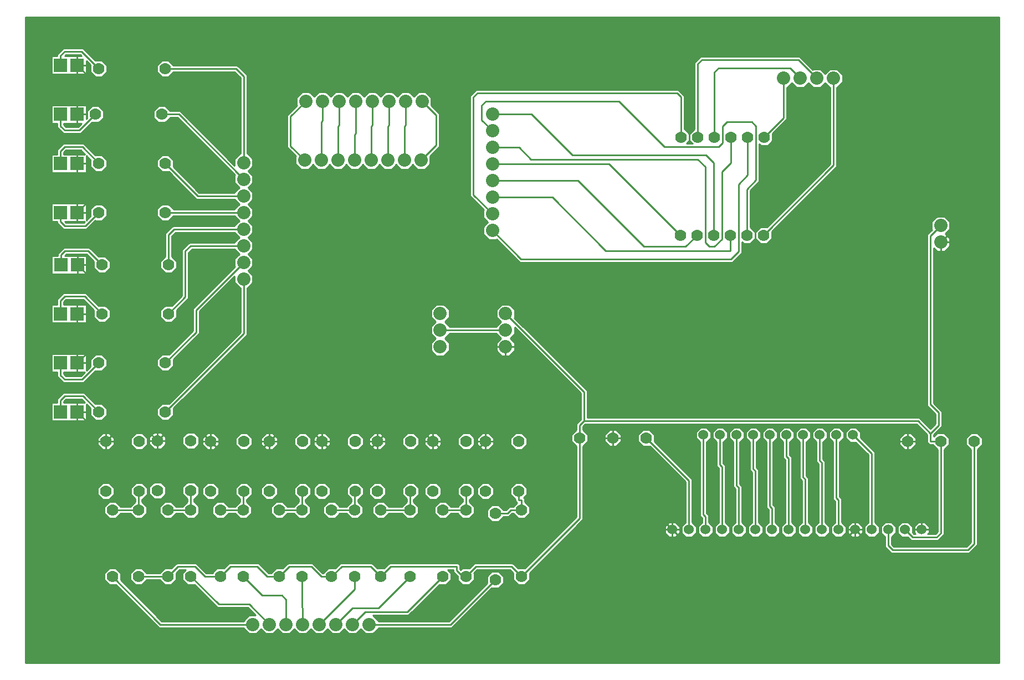
<source format=gbr>
G04 PROTEUS RS274X GERBER FILE*
%FSLAX45Y45*%
%MOMM*%
G01*
%ADD10C,0.254000*%
%ADD11R,2.032000X2.032000*%
%ADD12C,1.778000*%
%ADD13C,2.032000*%
%ADD14C,1.524000*%
%ADD15C,0.000000*%
G36*
X+14889040Y+110960D02*
X+10960Y+110960D01*
X+10960Y+9989040D01*
X+14889040Y+9989040D01*
X+14889040Y+110960D01*
G37*
%LPC*%
G36*
X+1080118Y+9325722D02*
X+1081395Y+9326999D01*
X+1186605Y+9326999D01*
X+1260999Y+9252605D01*
X+1260999Y+9147395D01*
X+1186605Y+9073001D01*
X+1081395Y+9073001D01*
X+1007001Y+9147395D01*
X+1007001Y+9252605D01*
X+1008278Y+9253882D01*
X+943699Y+9318461D01*
X+943699Y+9110301D01*
X+410301Y+9110301D01*
X+410301Y+9389699D01*
X+499201Y+9389699D01*
X+499201Y+9419041D01*
X+592459Y+9512299D01*
X+893541Y+9512299D01*
X+1080118Y+9325722D01*
G37*
G36*
X+943699Y+8431539D02*
X+958278Y+8446118D01*
X+957001Y+8447395D01*
X+957001Y+8552605D01*
X+1031395Y+8626999D01*
X+1136605Y+8626999D01*
X+1210999Y+8552605D01*
X+1210999Y+8447395D01*
X+1136605Y+8373001D01*
X+1031395Y+8373001D01*
X+1030118Y+8374278D01*
X+860041Y+8204201D01*
X+592459Y+8204201D01*
X+499201Y+8297459D01*
X+499201Y+8360301D01*
X+410301Y+8360301D01*
X+410301Y+8639699D01*
X+943699Y+8639699D01*
X+943699Y+8431539D01*
G37*
G36*
X+1080118Y+7875722D02*
X+1081395Y+7876999D01*
X+1186605Y+7876999D01*
X+1260999Y+7802605D01*
X+1260999Y+7697395D01*
X+1186605Y+7623001D01*
X+1081395Y+7623001D01*
X+1007001Y+7697395D01*
X+1007001Y+7802605D01*
X+1008278Y+7803882D01*
X+943699Y+7868461D01*
X+943699Y+7610301D01*
X+410301Y+7610301D01*
X+410301Y+7889699D01*
X+499201Y+7889699D01*
X+499201Y+7958541D01*
X+592459Y+8051799D01*
X+904041Y+8051799D01*
X+1080118Y+7875722D01*
G37*
G36*
X+943699Y+6881539D02*
X+1008278Y+6946118D01*
X+1007001Y+6947395D01*
X+1007001Y+7052605D01*
X+1081395Y+7126999D01*
X+1186605Y+7126999D01*
X+1260999Y+7052605D01*
X+1260999Y+6947395D01*
X+1186605Y+6873001D01*
X+1081395Y+6873001D01*
X+1080118Y+6874278D01*
X+949541Y+6743701D01*
X+592459Y+6743701D01*
X+499201Y+6836959D01*
X+499201Y+6860301D01*
X+410301Y+6860301D01*
X+410301Y+7139699D01*
X+943699Y+7139699D01*
X+943699Y+6881539D01*
G37*
G36*
X+1130118Y+6325722D02*
X+1131395Y+6326999D01*
X+1236605Y+6326999D01*
X+1310999Y+6252605D01*
X+1310999Y+6147395D01*
X+1236605Y+6073001D01*
X+1131395Y+6073001D01*
X+1057001Y+6147395D01*
X+1057001Y+6252605D01*
X+1058278Y+6253882D01*
X+949459Y+6362701D01*
X+638541Y+6362701D01*
X+615539Y+6339699D01*
X+947699Y+6339699D01*
X+947699Y+6060301D01*
X+414301Y+6060301D01*
X+414301Y+6339699D01*
X+503201Y+6339699D01*
X+503201Y+6371041D01*
X+596459Y+6464299D01*
X+991541Y+6464299D01*
X+1130118Y+6325722D01*
G37*
G36*
X+1130118Y+5575722D02*
X+1131395Y+5576999D01*
X+1236605Y+5576999D01*
X+1310999Y+5502605D01*
X+1310999Y+5397395D01*
X+1236605Y+5323001D01*
X+1131395Y+5323001D01*
X+1057001Y+5397395D01*
X+1057001Y+5502605D01*
X+1058278Y+5503882D01*
X+897959Y+5664201D01*
X+634541Y+5664201D01*
X+600799Y+5630459D01*
X+600799Y+5589699D01*
X+943699Y+5589699D01*
X+943699Y+5310301D01*
X+410301Y+5310301D01*
X+410301Y+5589699D01*
X+499201Y+5589699D01*
X+499201Y+5672541D01*
X+592459Y+5765799D01*
X+940041Y+5765799D01*
X+1130118Y+5575722D01*
G37*
G36*
X+943699Y+4581539D02*
X+1008278Y+4646118D01*
X+1007001Y+4647395D01*
X+1007001Y+4752605D01*
X+1081395Y+4826999D01*
X+1186605Y+4826999D01*
X+1260999Y+4752605D01*
X+1260999Y+4647395D01*
X+1186605Y+4573001D01*
X+1081395Y+4573001D01*
X+1080118Y+4574278D01*
X+900041Y+4394201D01*
X+592459Y+4394201D01*
X+499201Y+4487459D01*
X+499201Y+4560301D01*
X+410301Y+4560301D01*
X+410301Y+4839699D01*
X+943699Y+4839699D01*
X+943699Y+4581539D01*
G37*
G36*
X+1080118Y+4075722D02*
X+1081395Y+4076999D01*
X+1186605Y+4076999D01*
X+1260999Y+4002605D01*
X+1260999Y+3897395D01*
X+1186605Y+3823001D01*
X+1081395Y+3823001D01*
X+1007001Y+3897395D01*
X+1007001Y+4002605D01*
X+1008278Y+4003882D01*
X+943699Y+4068461D01*
X+943699Y+3810301D01*
X+410301Y+3810301D01*
X+410301Y+4089699D01*
X+499201Y+4089699D01*
X+499201Y+4148541D01*
X+592458Y+4241798D01*
X+914042Y+4241798D01*
X+1080118Y+4075722D01*
G37*
G36*
X+12045138Y+9184702D02*
X+12050135Y+9189699D01*
X+12165865Y+9189699D01*
X+12235000Y+9120564D01*
X+12304135Y+9189699D01*
X+12419865Y+9189699D01*
X+12501699Y+9107865D01*
X+12501699Y+8992135D01*
X+12419865Y+8910301D01*
X+12412799Y+8910301D01*
X+12412799Y+7701059D01*
X+11417022Y+6705282D01*
X+11418299Y+6704005D01*
X+11418299Y+6598795D01*
X+11343905Y+6524401D01*
X+11238695Y+6524401D01*
X+11164301Y+6598795D01*
X+11164301Y+6704005D01*
X+11238695Y+6778399D01*
X+11343905Y+6778399D01*
X+11345182Y+6777122D01*
X+12311201Y+7743141D01*
X+12311201Y+8910301D01*
X+12304135Y+8910301D01*
X+12235000Y+8979436D01*
X+12165865Y+8910301D01*
X+12050135Y+8910301D01*
X+11981000Y+8979436D01*
X+11911865Y+8910301D01*
X+11796135Y+8910301D01*
X+11727000Y+8979436D01*
X+11657865Y+8910301D01*
X+11650799Y+8910301D01*
X+11650799Y+8424959D01*
X+11429722Y+8203882D01*
X+11430999Y+8202605D01*
X+11430999Y+8097395D01*
X+11356605Y+8023001D01*
X+11251395Y+8023001D01*
X+11227798Y+8046598D01*
X+11227798Y+7471958D01*
X+11088099Y+7332259D01*
X+11088099Y+6778399D01*
X+11089905Y+6778399D01*
X+11164299Y+6704005D01*
X+11164299Y+6598795D01*
X+11089905Y+6524401D01*
X+10984695Y+6524401D01*
X+10961099Y+6547997D01*
X+10961099Y+6380759D01*
X+10816041Y+6235701D01*
X+7564459Y+6235701D01*
X+7212862Y+6587298D01*
X+7207865Y+6582301D01*
X+7092135Y+6582301D01*
X+7010301Y+6664135D01*
X+7010301Y+6779865D01*
X+7079436Y+6849000D01*
X+7010301Y+6918135D01*
X+7010301Y+7033865D01*
X+7015298Y+7038862D01*
X+6807201Y+7246959D01*
X+6807201Y+8784041D01*
X+6900459Y+8877299D01*
X+9990541Y+8877299D01*
X+10084799Y+8783041D01*
X+10084799Y+8276999D01*
X+10086605Y+8276999D01*
X+10160999Y+8202605D01*
X+10160999Y+8097395D01*
X+10115402Y+8051798D01*
X+10206598Y+8051798D01*
X+10161001Y+8097395D01*
X+10161001Y+8202605D01*
X+10235395Y+8276999D01*
X+10237201Y+8276999D01*
X+10237202Y+9292042D01*
X+10330459Y+9385299D01*
X+11844541Y+9385299D01*
X+12045138Y+9184702D01*
G37*
G36*
X+6213699Y+8757865D02*
X+6213699Y+8642135D01*
X+6208702Y+8637138D01*
X+6337299Y+8508541D01*
X+6337299Y+8007459D01*
X+6192702Y+7862862D01*
X+6197699Y+7857865D01*
X+6197699Y+7742135D01*
X+6115865Y+7660301D01*
X+6000135Y+7660301D01*
X+5931000Y+7729436D01*
X+5861865Y+7660301D01*
X+5746135Y+7660301D01*
X+5677000Y+7729436D01*
X+5607865Y+7660301D01*
X+5492135Y+7660301D01*
X+5423000Y+7729436D01*
X+5353865Y+7660301D01*
X+5238135Y+7660301D01*
X+5169000Y+7729436D01*
X+5099865Y+7660301D01*
X+4984135Y+7660301D01*
X+4915000Y+7729436D01*
X+4845865Y+7660301D01*
X+4730135Y+7660301D01*
X+4661000Y+7729436D01*
X+4591865Y+7660301D01*
X+4476135Y+7660301D01*
X+4407000Y+7729436D01*
X+4337865Y+7660301D01*
X+4222135Y+7660301D01*
X+4140301Y+7742135D01*
X+4140301Y+7857865D01*
X+4145298Y+7862862D01*
X+4013201Y+7994959D01*
X+4013201Y+8489041D01*
X+4161298Y+8637138D01*
X+4156301Y+8642135D01*
X+4156301Y+8757865D01*
X+4238135Y+8839699D01*
X+4353865Y+8839699D01*
X+4423000Y+8770564D01*
X+4492135Y+8839699D01*
X+4607865Y+8839699D01*
X+4677000Y+8770564D01*
X+4746135Y+8839699D01*
X+4861865Y+8839699D01*
X+4931000Y+8770564D01*
X+5000135Y+8839699D01*
X+5115865Y+8839699D01*
X+5185000Y+8770564D01*
X+5254135Y+8839699D01*
X+5369865Y+8839699D01*
X+5439000Y+8770564D01*
X+5508135Y+8839699D01*
X+5623865Y+8839699D01*
X+5693000Y+8770564D01*
X+5762135Y+8839699D01*
X+5877865Y+8839699D01*
X+5947000Y+8770564D01*
X+6016135Y+8839699D01*
X+6131865Y+8839699D01*
X+6213699Y+8757865D01*
G37*
G36*
X+10010299Y+2197344D02*
X+10010299Y+2102656D01*
X+9943344Y+2035701D01*
X+9848656Y+2035701D01*
X+9781701Y+2102656D01*
X+9781701Y+2197344D01*
X+9848656Y+2264299D01*
X+9943344Y+2264299D01*
X+10010299Y+2197344D01*
G37*
G36*
X+9626999Y+3602605D02*
X+9626999Y+3497395D01*
X+9625722Y+3496118D01*
X+10200799Y+2921041D01*
X+10200799Y+2260844D01*
X+10264299Y+2197344D01*
X+10264299Y+2102656D01*
X+10197344Y+2035701D01*
X+10102656Y+2035701D01*
X+10035701Y+2102656D01*
X+10035701Y+2197344D01*
X+10099201Y+2260844D01*
X+10099201Y+2878959D01*
X+9553882Y+3424278D01*
X+9552605Y+3423001D01*
X+9447395Y+3423001D01*
X+9373001Y+3497395D01*
X+9373001Y+3602605D01*
X+9447395Y+3676999D01*
X+9552605Y+3676999D01*
X+9626999Y+3602605D01*
G37*
G36*
X+10486299Y+3647344D02*
X+10486299Y+3552656D01*
X+10422799Y+3489156D01*
X+10422799Y+2402541D01*
X+10454799Y+2370541D01*
X+10454799Y+2260844D01*
X+10518299Y+2197344D01*
X+10518299Y+2102656D01*
X+10451344Y+2035701D01*
X+10356656Y+2035701D01*
X+10289701Y+2102656D01*
X+10289701Y+2197344D01*
X+10353201Y+2260844D01*
X+10353201Y+2328459D01*
X+10321201Y+2360459D01*
X+10321201Y+3489156D01*
X+10257701Y+3552656D01*
X+10257701Y+3647344D01*
X+10324656Y+3714299D01*
X+10419344Y+3714299D01*
X+10486299Y+3647344D01*
G37*
G36*
X+10740299Y+3647344D02*
X+10740299Y+3552656D01*
X+10676799Y+3489156D01*
X+10676799Y+3164541D01*
X+10708799Y+3132541D01*
X+10708799Y+2260844D01*
X+10772299Y+2197344D01*
X+10772299Y+2102656D01*
X+10705344Y+2035701D01*
X+10610656Y+2035701D01*
X+10543701Y+2102656D01*
X+10543701Y+2197344D01*
X+10607201Y+2260844D01*
X+10607201Y+3090459D01*
X+10575201Y+3122459D01*
X+10575201Y+3489156D01*
X+10511701Y+3552656D01*
X+10511701Y+3647344D01*
X+10578656Y+3714299D01*
X+10673344Y+3714299D01*
X+10740299Y+3647344D01*
G37*
G36*
X+10994299Y+3647344D02*
X+10994299Y+3552656D01*
X+10930799Y+3489156D01*
X+10930799Y+2847041D01*
X+10962799Y+2815041D01*
X+10962799Y+2260844D01*
X+11026299Y+2197344D01*
X+11026299Y+2102656D01*
X+10959344Y+2035701D01*
X+10864656Y+2035701D01*
X+10797701Y+2102656D01*
X+10797701Y+2197344D01*
X+10861201Y+2260844D01*
X+10861201Y+2772959D01*
X+10829201Y+2804959D01*
X+10829201Y+3489156D01*
X+10765701Y+3552656D01*
X+10765701Y+3647344D01*
X+10832656Y+3714299D01*
X+10927344Y+3714299D01*
X+10994299Y+3647344D01*
G37*
G36*
X+11248299Y+3647344D02*
X+11248299Y+3552656D01*
X+11184799Y+3489156D01*
X+11184799Y+3101041D01*
X+11216799Y+3069041D01*
X+11216799Y+2260844D01*
X+11280299Y+2197344D01*
X+11280299Y+2102656D01*
X+11213344Y+2035701D01*
X+11118656Y+2035701D01*
X+11051701Y+2102656D01*
X+11051701Y+2197344D01*
X+11115201Y+2260844D01*
X+11115201Y+3026959D01*
X+11083201Y+3058959D01*
X+11083201Y+3489156D01*
X+11019701Y+3552656D01*
X+11019701Y+3647344D01*
X+11086656Y+3714299D01*
X+11181344Y+3714299D01*
X+11248299Y+3647344D01*
G37*
G36*
X+11502299Y+3647344D02*
X+11502299Y+3552656D01*
X+11438799Y+3489156D01*
X+11438799Y+2529541D01*
X+11470799Y+2497541D01*
X+11470799Y+2260844D01*
X+11534299Y+2197344D01*
X+11534299Y+2102656D01*
X+11467344Y+2035701D01*
X+11372656Y+2035701D01*
X+11305701Y+2102656D01*
X+11305701Y+2197344D01*
X+11369201Y+2260844D01*
X+11369201Y+2455459D01*
X+11337201Y+2487459D01*
X+11337201Y+3489156D01*
X+11273701Y+3552656D01*
X+11273701Y+3647344D01*
X+11340656Y+3714299D01*
X+11435344Y+3714299D01*
X+11502299Y+3647344D01*
G37*
G36*
X+11756299Y+3647344D02*
X+11756299Y+3552656D01*
X+11692799Y+3489156D01*
X+11692799Y+3291541D01*
X+11724799Y+3259541D01*
X+11724799Y+2260844D01*
X+11788299Y+2197344D01*
X+11788299Y+2102656D01*
X+11721344Y+2035701D01*
X+11626656Y+2035701D01*
X+11559701Y+2102656D01*
X+11559701Y+2197344D01*
X+11623201Y+2260844D01*
X+11623201Y+3217459D01*
X+11591201Y+3249459D01*
X+11591201Y+3489156D01*
X+11527701Y+3552656D01*
X+11527701Y+3647344D01*
X+11594656Y+3714299D01*
X+11689344Y+3714299D01*
X+11756299Y+3647344D01*
G37*
G36*
X+12010299Y+3647344D02*
X+12010299Y+3552656D01*
X+11946799Y+3489156D01*
X+11946799Y+2974041D01*
X+11978799Y+2942041D01*
X+11978799Y+2260844D01*
X+12042299Y+2197344D01*
X+12042299Y+2102656D01*
X+11975344Y+2035701D01*
X+11880656Y+2035701D01*
X+11813701Y+2102656D01*
X+11813701Y+2197344D01*
X+11877201Y+2260844D01*
X+11877201Y+2899959D01*
X+11845201Y+2931959D01*
X+11845201Y+3489156D01*
X+11781701Y+3552656D01*
X+11781701Y+3647344D01*
X+11848656Y+3714299D01*
X+11943344Y+3714299D01*
X+12010299Y+3647344D01*
G37*
G36*
X+12264299Y+3647344D02*
X+12264299Y+3552656D01*
X+12200799Y+3489156D01*
X+12200799Y+3228041D01*
X+12232799Y+3196041D01*
X+12232799Y+2260844D01*
X+12296299Y+2197344D01*
X+12296299Y+2102656D01*
X+12229344Y+2035701D01*
X+12134656Y+2035701D01*
X+12067701Y+2102656D01*
X+12067701Y+2197344D01*
X+12131201Y+2260844D01*
X+12131201Y+3153959D01*
X+12099201Y+3185959D01*
X+12099201Y+3489156D01*
X+12035701Y+3552656D01*
X+12035701Y+3647344D01*
X+12102656Y+3714299D01*
X+12197344Y+3714299D01*
X+12264299Y+3647344D01*
G37*
G36*
X+12518299Y+3647344D02*
X+12518299Y+3552656D01*
X+12454799Y+3489156D01*
X+12454799Y+2656541D01*
X+12486799Y+2624541D01*
X+12486799Y+2260844D01*
X+12550299Y+2197344D01*
X+12550299Y+2102656D01*
X+12483344Y+2035701D01*
X+12388656Y+2035701D01*
X+12321701Y+2102656D01*
X+12321701Y+2197344D01*
X+12385201Y+2260844D01*
X+12385201Y+2582459D01*
X+12353201Y+2614459D01*
X+12353201Y+3489156D01*
X+12289701Y+3552656D01*
X+12289701Y+3647344D01*
X+12356656Y+3714299D01*
X+12451344Y+3714299D01*
X+12518299Y+3647344D01*
G37*
G36*
X+12804299Y+2197344D02*
X+12804299Y+2102656D01*
X+12737344Y+2035701D01*
X+12642656Y+2035701D01*
X+12575701Y+2102656D01*
X+12575701Y+2197344D01*
X+12642656Y+2264299D01*
X+12737344Y+2264299D01*
X+12804299Y+2197344D01*
G37*
G36*
X+12772299Y+3647344D02*
X+12772299Y+3557541D01*
X+12994799Y+3335041D01*
X+12994799Y+2260844D01*
X+13058299Y+2197344D01*
X+13058299Y+2102656D01*
X+12991344Y+2035701D01*
X+12896656Y+2035701D01*
X+12829701Y+2102656D01*
X+12829701Y+2197344D01*
X+12893201Y+2260844D01*
X+12893201Y+3292959D01*
X+12700459Y+3485701D01*
X+12610656Y+3485701D01*
X+12543701Y+3552656D01*
X+12543701Y+3647344D01*
X+12610656Y+3714299D01*
X+12705344Y+3714299D01*
X+12772299Y+3647344D01*
G37*
G36*
X+14634999Y+3552605D02*
X+14634999Y+3447395D01*
X+14560605Y+3373001D01*
X+14558799Y+3373001D01*
X+14558799Y+1913959D01*
X+14435541Y+1790701D01*
X+13240459Y+1790701D01*
X+13147201Y+1883959D01*
X+13147201Y+2039156D01*
X+13083701Y+2102656D01*
X+13083701Y+2197344D01*
X+13150656Y+2264299D01*
X+13245344Y+2264299D01*
X+13312299Y+2197344D01*
X+13312299Y+2102656D01*
X+13248799Y+2039156D01*
X+13248799Y+1926041D01*
X+13282541Y+1892299D01*
X+14393459Y+1892299D01*
X+14457201Y+1956041D01*
X+14457201Y+3373001D01*
X+14455395Y+3373001D01*
X+14381001Y+3447395D01*
X+14381001Y+3552605D01*
X+14455395Y+3626999D01*
X+14560605Y+3626999D01*
X+14634999Y+3552605D01*
G37*
G36*
X+14139699Y+6857865D02*
X+14139699Y+6742135D01*
X+14070564Y+6673000D01*
X+14139699Y+6603865D01*
X+14139699Y+6488135D01*
X+14057865Y+6406301D01*
X+13942135Y+6406301D01*
X+13893799Y+6454637D01*
X+13893799Y+4085041D01*
X+14020799Y+3958041D01*
X+14020799Y+3725459D01*
X+13893799Y+3598459D01*
X+13893799Y+3573403D01*
X+13947395Y+3626999D01*
X+14052605Y+3626999D01*
X+14126999Y+3552605D01*
X+14126999Y+3447395D01*
X+14052605Y+3373001D01*
X+14050799Y+3373001D01*
X+14050799Y+2074459D01*
X+13957541Y+1981201D01*
X+13548959Y+1981201D01*
X+13494459Y+2035701D01*
X+13404656Y+2035701D01*
X+13337701Y+2102656D01*
X+13337701Y+2197344D01*
X+13404656Y+2264299D01*
X+13499344Y+2264299D01*
X+13566299Y+2197344D01*
X+13566299Y+2107541D01*
X+13591041Y+2082799D01*
X+13611558Y+2082799D01*
X+13591701Y+2102656D01*
X+13591701Y+2197344D01*
X+13658656Y+2264299D01*
X+13753344Y+2264299D01*
X+13820299Y+2197344D01*
X+13820299Y+2102656D01*
X+13800442Y+2082799D01*
X+13915459Y+2082799D01*
X+13949201Y+2116541D01*
X+13949201Y+3373001D01*
X+13947395Y+3373001D01*
X+13873001Y+3447395D01*
X+13873001Y+3449201D01*
X+13821959Y+3449201D01*
X+13792201Y+3478959D01*
X+13792201Y+3598459D01*
X+13631459Y+3759201D01*
X+8568541Y+3759201D01*
X+8534799Y+3725459D01*
X+8534799Y+3676999D01*
X+8536605Y+3676999D01*
X+8610999Y+3602605D01*
X+8610999Y+3497395D01*
X+8536605Y+3423001D01*
X+8534799Y+3423001D01*
X+8534799Y+2304959D01*
X+7717722Y+1487882D01*
X+7718999Y+1486605D01*
X+7718999Y+1381395D01*
X+7644605Y+1307001D01*
X+7539395Y+1307001D01*
X+7465001Y+1381395D01*
X+7465001Y+1486605D01*
X+7466278Y+1487882D01*
X+7417459Y+1536701D01*
X+6916541Y+1536701D01*
X+6867722Y+1487882D01*
X+6868999Y+1486605D01*
X+6868999Y+1381395D01*
X+6794605Y+1307001D01*
X+6689395Y+1307001D01*
X+6615001Y+1381395D01*
X+6615001Y+1440059D01*
X+6553201Y+1501859D01*
X+6553201Y+1536701D01*
X+6468903Y+1536701D01*
X+6518999Y+1486605D01*
X+6518999Y+1381395D01*
X+6444605Y+1307001D01*
X+6339395Y+1307001D01*
X+6338118Y+1308278D01*
X+5868041Y+838201D01*
X+5325363Y+838201D01*
X+5405699Y+757865D01*
X+5405699Y+750799D01*
X+6486959Y+750799D01*
X+7066278Y+1330118D01*
X+7065001Y+1331395D01*
X+7065001Y+1436605D01*
X+7139395Y+1510999D01*
X+7244605Y+1510999D01*
X+7318999Y+1436605D01*
X+7318999Y+1331395D01*
X+7244605Y+1257001D01*
X+7139395Y+1257001D01*
X+7138118Y+1258278D01*
X+6529041Y+649201D01*
X+5405699Y+649201D01*
X+5405699Y+642135D01*
X+5323865Y+560301D01*
X+5208135Y+560301D01*
X+5139000Y+629436D01*
X+5069865Y+560301D01*
X+4954135Y+560301D01*
X+4885000Y+629436D01*
X+4815865Y+560301D01*
X+4700135Y+560301D01*
X+4631000Y+629436D01*
X+4561865Y+560301D01*
X+4446135Y+560301D01*
X+4377000Y+629436D01*
X+4307865Y+560301D01*
X+4192135Y+560301D01*
X+4123000Y+629436D01*
X+4053865Y+560301D01*
X+3938135Y+560301D01*
X+3869000Y+629436D01*
X+3799865Y+560301D01*
X+3684135Y+560301D01*
X+3615000Y+629436D01*
X+3545865Y+560301D01*
X+3430135Y+560301D01*
X+3348301Y+642135D01*
X+3348301Y+649201D01*
X+2054959Y+649201D01*
X+1395882Y+1308278D01*
X+1394605Y+1307001D01*
X+1289395Y+1307001D01*
X+1215001Y+1381395D01*
X+1215001Y+1486605D01*
X+1289395Y+1560999D01*
X+1394605Y+1560999D01*
X+1468999Y+1486605D01*
X+1468999Y+1381395D01*
X+1467722Y+1380118D01*
X+2097041Y+750799D01*
X+3348301Y+750799D01*
X+3348301Y+757865D01*
X+3430135Y+839699D01*
X+3530461Y+839699D01*
X+3412024Y+958136D01*
X+2946024Y+958136D01*
X+2595882Y+1308278D01*
X+2594605Y+1307001D01*
X+2489395Y+1307001D01*
X+2415001Y+1381395D01*
X+2415001Y+1486605D01*
X+2465097Y+1536701D01*
X+2366541Y+1536701D01*
X+2317722Y+1487882D01*
X+2318999Y+1486605D01*
X+2318999Y+1381395D01*
X+2244605Y+1307001D01*
X+2139395Y+1307001D01*
X+2065001Y+1381395D01*
X+2065001Y+1383201D01*
X+1868999Y+1383201D01*
X+1868999Y+1381395D01*
X+1794605Y+1307001D01*
X+1689395Y+1307001D01*
X+1615001Y+1381395D01*
X+1615001Y+1486605D01*
X+1689395Y+1560999D01*
X+1794605Y+1560999D01*
X+1868999Y+1486605D01*
X+1868999Y+1484799D01*
X+2065001Y+1484799D01*
X+2065001Y+1486605D01*
X+2139395Y+1560999D01*
X+2244605Y+1560999D01*
X+2245882Y+1559722D01*
X+2324459Y+1638299D01*
X+2624541Y+1638299D01*
X+2778041Y+1484799D01*
X+2865001Y+1484799D01*
X+2865001Y+1486605D01*
X+2939395Y+1560999D01*
X+3044605Y+1560999D01*
X+3045882Y+1559722D01*
X+3124458Y+1638298D01*
X+3577042Y+1638298D01*
X+3730541Y+1484799D01*
X+3765001Y+1484799D01*
X+3765001Y+1486605D01*
X+3839395Y+1560999D01*
X+3944605Y+1560999D01*
X+3945882Y+1559722D01*
X+4024459Y+1638299D01*
X+4402541Y+1638299D01*
X+4556041Y+1484799D01*
X+4565001Y+1484799D01*
X+4565001Y+1486605D01*
X+4639395Y+1560999D01*
X+4744605Y+1560999D01*
X+4745882Y+1559722D01*
X+4824459Y+1638299D01*
X+5309541Y+1638299D01*
X+5388118Y+1559722D01*
X+5389395Y+1560999D01*
X+5494605Y+1560999D01*
X+5495882Y+1559722D01*
X+5574459Y+1638299D01*
X+6625042Y+1638299D01*
X+6654799Y+1608542D01*
X+6654799Y+1543941D01*
X+6663568Y+1535172D01*
X+6689395Y+1560999D01*
X+6794605Y+1560999D01*
X+6795882Y+1559722D01*
X+6874459Y+1638299D01*
X+7459541Y+1638299D01*
X+7538118Y+1559722D01*
X+7539395Y+1560999D01*
X+7644605Y+1560999D01*
X+7645882Y+1559722D01*
X+8433201Y+2347041D01*
X+8433201Y+3423001D01*
X+8431395Y+3423001D01*
X+8357001Y+3497395D01*
X+8357001Y+3602605D01*
X+8431395Y+3676999D01*
X+8433201Y+3676999D01*
X+8433201Y+3767541D01*
X+8496701Y+3831042D01*
X+8496701Y+4235459D01*
X+7489699Y+5242461D01*
X+7489699Y+5142135D01*
X+7420564Y+5073000D01*
X+7489699Y+5003865D01*
X+7489699Y+4888135D01*
X+7407865Y+4806301D01*
X+7292135Y+4806301D01*
X+7210301Y+4888135D01*
X+7210301Y+5003865D01*
X+7279436Y+5073000D01*
X+7210301Y+5142135D01*
X+7210301Y+5149201D01*
X+6489699Y+5149201D01*
X+6489699Y+5142135D01*
X+6420564Y+5073000D01*
X+6489699Y+5003865D01*
X+6489699Y+4888135D01*
X+6407865Y+4806301D01*
X+6292135Y+4806301D01*
X+6210301Y+4888135D01*
X+6210301Y+5003865D01*
X+6279436Y+5073000D01*
X+6210301Y+5142135D01*
X+6210301Y+5257865D01*
X+6279436Y+5327000D01*
X+6210301Y+5396135D01*
X+6210301Y+5511865D01*
X+6292135Y+5593699D01*
X+6407865Y+5593699D01*
X+6489699Y+5511865D01*
X+6489699Y+5396135D01*
X+6420564Y+5327000D01*
X+6489699Y+5257865D01*
X+6489699Y+5250799D01*
X+7210301Y+5250799D01*
X+7210301Y+5257865D01*
X+7279436Y+5327000D01*
X+7210301Y+5396135D01*
X+7210301Y+5511865D01*
X+7292135Y+5593699D01*
X+7407865Y+5593699D01*
X+7489699Y+5511865D01*
X+7489699Y+5396135D01*
X+7484702Y+5391138D01*
X+8598299Y+4277541D01*
X+8598299Y+3860799D01*
X+13673541Y+3860799D01*
X+13843000Y+3691340D01*
X+13919201Y+3767541D01*
X+13919201Y+3915959D01*
X+13792201Y+4042959D01*
X+13792201Y+6664041D01*
X+13865298Y+6737138D01*
X+13860301Y+6742135D01*
X+13860301Y+6857865D01*
X+13942135Y+6939699D01*
X+14057865Y+6939699D01*
X+14139699Y+6857865D01*
G37*
G36*
X+2276999Y+9252605D02*
X+2276999Y+9250799D01*
X+3251541Y+9250799D01*
X+3400799Y+9101541D01*
X+3400799Y+7901699D01*
X+3407865Y+7901699D01*
X+3489699Y+7819865D01*
X+3489699Y+7704135D01*
X+3420564Y+7635000D01*
X+3489699Y+7565865D01*
X+3489699Y+7450135D01*
X+3420564Y+7381000D01*
X+3489699Y+7311865D01*
X+3489699Y+7196135D01*
X+3420564Y+7127000D01*
X+3489699Y+7057865D01*
X+3489699Y+6942135D01*
X+3420564Y+6873000D01*
X+3489699Y+6803865D01*
X+3489699Y+6688135D01*
X+3420564Y+6619000D01*
X+3489699Y+6549865D01*
X+3489699Y+6434135D01*
X+3420564Y+6365000D01*
X+3489699Y+6295865D01*
X+3489699Y+6180135D01*
X+3420564Y+6111000D01*
X+3489699Y+6041865D01*
X+3489699Y+5926135D01*
X+3407865Y+5844301D01*
X+3400799Y+5844301D01*
X+3400798Y+5128958D01*
X+2275722Y+4003882D01*
X+2276999Y+4002605D01*
X+2276999Y+3897395D01*
X+2202605Y+3823001D01*
X+2097395Y+3823001D01*
X+2023001Y+3897395D01*
X+2023001Y+4002605D01*
X+2097395Y+4076999D01*
X+2202605Y+4076999D01*
X+2203882Y+4075722D01*
X+3299202Y+5171042D01*
X+3299201Y+5844301D01*
X+3292135Y+5844301D01*
X+3210301Y+5926135D01*
X+3210301Y+6026461D01*
X+2672151Y+5488311D01*
X+2672151Y+5150311D01*
X+2275722Y+4753882D01*
X+2276999Y+4752605D01*
X+2276999Y+4647395D01*
X+2202605Y+4573001D01*
X+2097395Y+4573001D01*
X+2023001Y+4647395D01*
X+2023001Y+4752605D01*
X+2097395Y+4826999D01*
X+2202605Y+4826999D01*
X+2203882Y+4825722D01*
X+2570553Y+5192393D01*
X+2570553Y+5530393D01*
X+3215298Y+6175138D01*
X+3210301Y+6180135D01*
X+3210301Y+6295865D01*
X+3279436Y+6365000D01*
X+3210301Y+6434135D01*
X+3210301Y+6441201D01*
X+2561041Y+6441201D01*
X+2507969Y+6388129D01*
X+2507969Y+5686129D01*
X+2325722Y+5503882D01*
X+2326999Y+5502605D01*
X+2326999Y+5397395D01*
X+2252605Y+5323001D01*
X+2147395Y+5323001D01*
X+2073001Y+5397395D01*
X+2073001Y+5502605D01*
X+2147395Y+5576999D01*
X+2252605Y+5576999D01*
X+2253882Y+5575722D01*
X+2406371Y+5728211D01*
X+2406371Y+6430211D01*
X+2518959Y+6542799D01*
X+3210301Y+6542799D01*
X+3210301Y+6549865D01*
X+3279436Y+6619000D01*
X+3210301Y+6688135D01*
X+3210301Y+6695201D01*
X+2307041Y+6695201D01*
X+2250799Y+6638959D01*
X+2250799Y+6326999D01*
X+2252605Y+6326999D01*
X+2326999Y+6252605D01*
X+2326999Y+6147395D01*
X+2252605Y+6073001D01*
X+2147395Y+6073001D01*
X+2073001Y+6147395D01*
X+2073001Y+6252605D01*
X+2147395Y+6326999D01*
X+2149201Y+6326999D01*
X+2149201Y+6681041D01*
X+2264959Y+6796799D01*
X+3210301Y+6796799D01*
X+3210301Y+6803865D01*
X+3279436Y+6873000D01*
X+3210301Y+6942135D01*
X+3210301Y+6949201D01*
X+2276999Y+6949201D01*
X+2276999Y+6947395D01*
X+2202605Y+6873001D01*
X+2097395Y+6873001D01*
X+2023001Y+6947395D01*
X+2023001Y+7052605D01*
X+2097395Y+7126999D01*
X+2202605Y+7126999D01*
X+2276999Y+7052605D01*
X+2276999Y+7050799D01*
X+3210301Y+7050799D01*
X+3210301Y+7057865D01*
X+3279436Y+7127000D01*
X+3210301Y+7196135D01*
X+3210301Y+7203201D01*
X+2624959Y+7203201D01*
X+2203882Y+7624278D01*
X+2202605Y+7623001D01*
X+2097395Y+7623001D01*
X+2023001Y+7697395D01*
X+2023001Y+7802605D01*
X+2097395Y+7876999D01*
X+2202605Y+7876999D01*
X+2276999Y+7802605D01*
X+2276999Y+7697395D01*
X+2275722Y+7696118D01*
X+2667041Y+7304799D01*
X+3210301Y+7304799D01*
X+3210301Y+7311865D01*
X+3279436Y+7381000D01*
X+3210301Y+7450135D01*
X+3210301Y+7565865D01*
X+3215298Y+7570862D01*
X+2336959Y+8449201D01*
X+2226999Y+8449201D01*
X+2226999Y+8447395D01*
X+2152605Y+8373001D01*
X+2047395Y+8373001D01*
X+1973001Y+8447395D01*
X+1973001Y+8552605D01*
X+2047395Y+8626999D01*
X+2152605Y+8626999D01*
X+2226999Y+8552605D01*
X+2226999Y+8550799D01*
X+2379041Y+8550799D01*
X+3210301Y+7719539D01*
X+3210301Y+7819865D01*
X+3292135Y+7901699D01*
X+3299201Y+7901699D01*
X+3299201Y+9059459D01*
X+3209459Y+9149201D01*
X+2276999Y+9149201D01*
X+2276999Y+9147395D01*
X+2202605Y+9073001D01*
X+2097395Y+9073001D01*
X+2023001Y+9147395D01*
X+2023001Y+9252605D01*
X+2097395Y+9326999D01*
X+2202605Y+9326999D01*
X+2276999Y+9252605D01*
G37*
G36*
X+1115001Y+3447395D02*
X+1115001Y+3552605D01*
X+1189395Y+3626999D01*
X+1294605Y+3626999D01*
X+1368999Y+3552605D01*
X+1368999Y+3447395D01*
X+1294605Y+3373001D01*
X+1189395Y+3373001D01*
X+1115001Y+3447395D01*
G37*
G36*
X+1623001Y+3447395D02*
X+1623001Y+3552605D01*
X+1697395Y+3626999D01*
X+1802605Y+3626999D01*
X+1876999Y+3552605D01*
X+1876999Y+3447395D01*
X+1802605Y+3373001D01*
X+1697395Y+3373001D01*
X+1623001Y+3447395D01*
G37*
G36*
X+1115001Y+2685395D02*
X+1115001Y+2790605D01*
X+1189395Y+2864999D01*
X+1294605Y+2864999D01*
X+1368999Y+2790605D01*
X+1368999Y+2685395D01*
X+1294605Y+2611001D01*
X+1189395Y+2611001D01*
X+1115001Y+2685395D01*
G37*
G36*
X+1876999Y+2790605D02*
X+1876999Y+2685395D01*
X+1802605Y+2611001D01*
X+1792798Y+2611001D01*
X+1792799Y+2576999D01*
X+1794605Y+2576999D01*
X+1868999Y+2502605D01*
X+1868999Y+2397395D01*
X+1794605Y+2323001D01*
X+1689395Y+2323001D01*
X+1615001Y+2397395D01*
X+1615001Y+2399201D01*
X+1468999Y+2399201D01*
X+1468999Y+2397395D01*
X+1394605Y+2323001D01*
X+1289395Y+2323001D01*
X+1215001Y+2397395D01*
X+1215001Y+2502605D01*
X+1289395Y+2576999D01*
X+1394605Y+2576999D01*
X+1468999Y+2502605D01*
X+1468999Y+2500799D01*
X+1615001Y+2500799D01*
X+1615001Y+2502605D01*
X+1689395Y+2576999D01*
X+1691201Y+2576999D01*
X+1691202Y+2617194D01*
X+1623001Y+2685395D01*
X+1623001Y+2790605D01*
X+1697395Y+2864999D01*
X+1802605Y+2864999D01*
X+1876999Y+2790605D01*
G37*
G36*
X+1907001Y+3459395D02*
X+1907001Y+3564605D01*
X+1981395Y+3638999D01*
X+2086605Y+3638999D01*
X+2160999Y+3564605D01*
X+2160999Y+3459395D01*
X+2086605Y+3385001D01*
X+1981395Y+3385001D01*
X+1907001Y+3459395D01*
G37*
G36*
X+2415001Y+3459395D02*
X+2415001Y+3564605D01*
X+2489395Y+3638999D01*
X+2594605Y+3638999D01*
X+2668999Y+3564605D01*
X+2668999Y+3459395D01*
X+2594605Y+3385001D01*
X+2489395Y+3385001D01*
X+2415001Y+3459395D01*
G37*
G36*
X+1907001Y+2697395D02*
X+1907001Y+2802605D01*
X+1981395Y+2876999D01*
X+2086605Y+2876999D01*
X+2160999Y+2802605D01*
X+2160999Y+2697395D01*
X+2086605Y+2623001D01*
X+1981395Y+2623001D01*
X+1907001Y+2697395D01*
G37*
G36*
X+2668999Y+2802605D02*
X+2668999Y+2697395D01*
X+2594605Y+2623001D01*
X+2592799Y+2623001D01*
X+2592799Y+2576999D01*
X+2594605Y+2576999D01*
X+2668999Y+2502605D01*
X+2668999Y+2397395D01*
X+2594605Y+2323001D01*
X+2489395Y+2323001D01*
X+2415001Y+2397395D01*
X+2415001Y+2399201D01*
X+2318999Y+2399201D01*
X+2318999Y+2397395D01*
X+2244605Y+2323001D01*
X+2139395Y+2323001D01*
X+2065001Y+2397395D01*
X+2065001Y+2502605D01*
X+2139395Y+2576999D01*
X+2244605Y+2576999D01*
X+2318999Y+2502605D01*
X+2318999Y+2500799D01*
X+2415001Y+2500799D01*
X+2415001Y+2502605D01*
X+2489395Y+2576999D01*
X+2491201Y+2576999D01*
X+2491201Y+2623001D01*
X+2489395Y+2623001D01*
X+2415001Y+2697395D01*
X+2415001Y+2802605D01*
X+2489395Y+2876999D01*
X+2594605Y+2876999D01*
X+2668999Y+2802605D01*
G37*
G36*
X+2715001Y+3447395D02*
X+2715001Y+3552605D01*
X+2789395Y+3626999D01*
X+2894605Y+3626999D01*
X+2968999Y+3552605D01*
X+2968999Y+3447395D01*
X+2894605Y+3373001D01*
X+2789395Y+3373001D01*
X+2715001Y+3447395D01*
G37*
G36*
X+3223001Y+3447395D02*
X+3223001Y+3552605D01*
X+3297395Y+3626999D01*
X+3402605Y+3626999D01*
X+3476999Y+3552605D01*
X+3476999Y+3447395D01*
X+3402605Y+3373001D01*
X+3297395Y+3373001D01*
X+3223001Y+3447395D01*
G37*
G36*
X+2715001Y+2685395D02*
X+2715001Y+2790605D01*
X+2789395Y+2864999D01*
X+2894605Y+2864999D01*
X+2968999Y+2790605D01*
X+2968999Y+2685395D01*
X+2894605Y+2611001D01*
X+2789395Y+2611001D01*
X+2715001Y+2685395D01*
G37*
G36*
X+3476999Y+2790605D02*
X+3476999Y+2685395D01*
X+3402605Y+2611001D01*
X+3392798Y+2611001D01*
X+3392799Y+2576999D01*
X+3394605Y+2576999D01*
X+3468999Y+2502605D01*
X+3468999Y+2397395D01*
X+3394605Y+2323001D01*
X+3289395Y+2323001D01*
X+3215001Y+2397395D01*
X+3215001Y+2399201D01*
X+3118999Y+2399201D01*
X+3118999Y+2397395D01*
X+3044605Y+2323001D01*
X+2939395Y+2323001D01*
X+2865001Y+2397395D01*
X+2865001Y+2502605D01*
X+2939395Y+2576999D01*
X+3044605Y+2576999D01*
X+3118999Y+2502605D01*
X+3118999Y+2500799D01*
X+3215001Y+2500799D01*
X+3215001Y+2502605D01*
X+3289395Y+2576999D01*
X+3291201Y+2576999D01*
X+3291202Y+2617194D01*
X+3223001Y+2685395D01*
X+3223001Y+2790605D01*
X+3297395Y+2864999D01*
X+3402605Y+2864999D01*
X+3476999Y+2790605D01*
G37*
G36*
X+3615001Y+3447395D02*
X+3615001Y+3552605D01*
X+3689395Y+3626999D01*
X+3794605Y+3626999D01*
X+3868999Y+3552605D01*
X+3868999Y+3447395D01*
X+3794605Y+3373001D01*
X+3689395Y+3373001D01*
X+3615001Y+3447395D01*
G37*
G36*
X+4123001Y+3447395D02*
X+4123001Y+3552605D01*
X+4197395Y+3626999D01*
X+4302605Y+3626999D01*
X+4376999Y+3552605D01*
X+4376999Y+3447395D01*
X+4302605Y+3373001D01*
X+4197395Y+3373001D01*
X+4123001Y+3447395D01*
G37*
G36*
X+3615001Y+2685395D02*
X+3615001Y+2790605D01*
X+3689395Y+2864999D01*
X+3794605Y+2864999D01*
X+3868999Y+2790605D01*
X+3868999Y+2685395D01*
X+3794605Y+2611001D01*
X+3689395Y+2611001D01*
X+3615001Y+2685395D01*
G37*
G36*
X+4376999Y+2790605D02*
X+4376999Y+2685395D01*
X+4302605Y+2611001D01*
X+4292798Y+2611001D01*
X+4292799Y+2576999D01*
X+4294605Y+2576999D01*
X+4368999Y+2502605D01*
X+4368999Y+2397395D01*
X+4294605Y+2323001D01*
X+4189395Y+2323001D01*
X+4115001Y+2397395D01*
X+4115001Y+2399201D01*
X+4018999Y+2399201D01*
X+4018999Y+2397395D01*
X+3944605Y+2323001D01*
X+3839395Y+2323001D01*
X+3765001Y+2397395D01*
X+3765001Y+2502605D01*
X+3839395Y+2576999D01*
X+3944605Y+2576999D01*
X+4018999Y+2502605D01*
X+4018999Y+2500799D01*
X+4115001Y+2500799D01*
X+4115001Y+2502605D01*
X+4189395Y+2576999D01*
X+4191201Y+2576999D01*
X+4191202Y+2617194D01*
X+4123001Y+2685395D01*
X+4123001Y+2790605D01*
X+4197395Y+2864999D01*
X+4302605Y+2864999D01*
X+4376999Y+2790605D01*
G37*
G36*
X+4415001Y+3447395D02*
X+4415001Y+3552605D01*
X+4489395Y+3626999D01*
X+4594605Y+3626999D01*
X+4668999Y+3552605D01*
X+4668999Y+3447395D01*
X+4594605Y+3373001D01*
X+4489395Y+3373001D01*
X+4415001Y+3447395D01*
G37*
G36*
X+4923001Y+3447395D02*
X+4923001Y+3552605D01*
X+4997395Y+3626999D01*
X+5102605Y+3626999D01*
X+5176999Y+3552605D01*
X+5176999Y+3447395D01*
X+5102605Y+3373001D01*
X+4997395Y+3373001D01*
X+4923001Y+3447395D01*
G37*
G36*
X+4415001Y+2685395D02*
X+4415001Y+2790605D01*
X+4489395Y+2864999D01*
X+4594605Y+2864999D01*
X+4668999Y+2790605D01*
X+4668999Y+2685395D01*
X+4594605Y+2611001D01*
X+4489395Y+2611001D01*
X+4415001Y+2685395D01*
G37*
G36*
X+5176999Y+2790605D02*
X+5176999Y+2685395D01*
X+5102605Y+2611001D01*
X+5092798Y+2611001D01*
X+5092799Y+2576999D01*
X+5094605Y+2576999D01*
X+5168999Y+2502605D01*
X+5168999Y+2397395D01*
X+5094605Y+2323001D01*
X+4989395Y+2323001D01*
X+4915001Y+2397395D01*
X+4915001Y+2399201D01*
X+4818999Y+2399201D01*
X+4818999Y+2397395D01*
X+4744605Y+2323001D01*
X+4639395Y+2323001D01*
X+4565001Y+2397395D01*
X+4565001Y+2502605D01*
X+4639395Y+2576999D01*
X+4744605Y+2576999D01*
X+4818999Y+2502605D01*
X+4818999Y+2500799D01*
X+4915001Y+2500799D01*
X+4915001Y+2502605D01*
X+4989395Y+2576999D01*
X+4991201Y+2576999D01*
X+4991202Y+2617194D01*
X+4923001Y+2685395D01*
X+4923001Y+2790605D01*
X+4997395Y+2864999D01*
X+5102605Y+2864999D01*
X+5176999Y+2790605D01*
G37*
G36*
X+5265001Y+3447395D02*
X+5265001Y+3552605D01*
X+5339395Y+3626999D01*
X+5444605Y+3626999D01*
X+5518999Y+3552605D01*
X+5518999Y+3447395D01*
X+5444605Y+3373001D01*
X+5339395Y+3373001D01*
X+5265001Y+3447395D01*
G37*
G36*
X+5773001Y+3447395D02*
X+5773001Y+3552605D01*
X+5847395Y+3626999D01*
X+5952605Y+3626999D01*
X+6026999Y+3552605D01*
X+6026999Y+3447395D01*
X+5952605Y+3373001D01*
X+5847395Y+3373001D01*
X+5773001Y+3447395D01*
G37*
G36*
X+5265001Y+2685395D02*
X+5265001Y+2790605D01*
X+5339395Y+2864999D01*
X+5444605Y+2864999D01*
X+5518999Y+2790605D01*
X+5518999Y+2685395D01*
X+5444605Y+2611001D01*
X+5339395Y+2611001D01*
X+5265001Y+2685395D01*
G37*
G36*
X+6026999Y+2790605D02*
X+6026999Y+2685395D01*
X+5952605Y+2611001D01*
X+5942798Y+2611001D01*
X+5942799Y+2576999D01*
X+5944605Y+2576999D01*
X+6018999Y+2502605D01*
X+6018999Y+2397395D01*
X+5944605Y+2323001D01*
X+5839395Y+2323001D01*
X+5765001Y+2397395D01*
X+5765001Y+2399201D01*
X+5568999Y+2399201D01*
X+5568999Y+2397395D01*
X+5494605Y+2323001D01*
X+5389395Y+2323001D01*
X+5315001Y+2397395D01*
X+5315001Y+2502605D01*
X+5389395Y+2576999D01*
X+5494605Y+2576999D01*
X+5568999Y+2502605D01*
X+5568999Y+2500799D01*
X+5765001Y+2500799D01*
X+5765001Y+2502605D01*
X+5839395Y+2576999D01*
X+5841201Y+2576999D01*
X+5841202Y+2617194D01*
X+5773001Y+2685395D01*
X+5773001Y+2790605D01*
X+5847395Y+2864999D01*
X+5952605Y+2864999D01*
X+6026999Y+2790605D01*
G37*
G36*
X+6115001Y+3447395D02*
X+6115001Y+3552605D01*
X+6189395Y+3626999D01*
X+6294605Y+3626999D01*
X+6368999Y+3552605D01*
X+6368999Y+3447395D01*
X+6294605Y+3373001D01*
X+6189395Y+3373001D01*
X+6115001Y+3447395D01*
G37*
G36*
X+6623001Y+3447395D02*
X+6623001Y+3552605D01*
X+6697395Y+3626999D01*
X+6802605Y+3626999D01*
X+6876999Y+3552605D01*
X+6876999Y+3447395D01*
X+6802605Y+3373001D01*
X+6697395Y+3373001D01*
X+6623001Y+3447395D01*
G37*
G36*
X+6115001Y+2685395D02*
X+6115001Y+2790605D01*
X+6189395Y+2864999D01*
X+6294605Y+2864999D01*
X+6368999Y+2790605D01*
X+6368999Y+2685395D01*
X+6294605Y+2611001D01*
X+6189395Y+2611001D01*
X+6115001Y+2685395D01*
G37*
G36*
X+6876999Y+2790605D02*
X+6876999Y+2685395D01*
X+6802605Y+2611001D01*
X+6792798Y+2611001D01*
X+6792799Y+2576999D01*
X+6794605Y+2576999D01*
X+6868999Y+2502605D01*
X+6868999Y+2397395D01*
X+6794605Y+2323001D01*
X+6689395Y+2323001D01*
X+6615001Y+2397395D01*
X+6615001Y+2399201D01*
X+6518999Y+2399201D01*
X+6518999Y+2397395D01*
X+6444605Y+2323001D01*
X+6339395Y+2323001D01*
X+6265001Y+2397395D01*
X+6265001Y+2502605D01*
X+6339395Y+2576999D01*
X+6444605Y+2576999D01*
X+6518999Y+2502605D01*
X+6518999Y+2500799D01*
X+6615001Y+2500799D01*
X+6615001Y+2502605D01*
X+6689395Y+2576999D01*
X+6691201Y+2576999D01*
X+6691202Y+2617194D01*
X+6623001Y+2685395D01*
X+6623001Y+2790605D01*
X+6697395Y+2864999D01*
X+6802605Y+2864999D01*
X+6876999Y+2790605D01*
G37*
G36*
X+6915001Y+3447395D02*
X+6915001Y+3552605D01*
X+6989395Y+3626999D01*
X+7094605Y+3626999D01*
X+7168999Y+3552605D01*
X+7168999Y+3447395D01*
X+7094605Y+3373001D01*
X+6989395Y+3373001D01*
X+6915001Y+3447395D01*
G37*
G36*
X+7423001Y+3447395D02*
X+7423001Y+3552605D01*
X+7497395Y+3626999D01*
X+7602605Y+3626999D01*
X+7676999Y+3552605D01*
X+7676999Y+3447395D01*
X+7602605Y+3373001D01*
X+7497395Y+3373001D01*
X+7423001Y+3447395D01*
G37*
G36*
X+6915001Y+2685395D02*
X+6915001Y+2790605D01*
X+6989395Y+2864999D01*
X+7094605Y+2864999D01*
X+7168999Y+2790605D01*
X+7168999Y+2685395D01*
X+7094605Y+2611001D01*
X+6989395Y+2611001D01*
X+6915001Y+2685395D01*
G37*
G36*
X+7676999Y+2790605D02*
X+7676999Y+2685395D01*
X+7629472Y+2637868D01*
X+7642799Y+2624541D01*
X+7642799Y+2576999D01*
X+7644605Y+2576999D01*
X+7718999Y+2502605D01*
X+7718999Y+2397395D01*
X+7644605Y+2323001D01*
X+7539395Y+2323001D01*
X+7465001Y+2397395D01*
X+7465001Y+2399201D01*
X+7450541Y+2399201D01*
X+7400541Y+2349201D01*
X+7318999Y+2349201D01*
X+7318999Y+2347395D01*
X+7244605Y+2273001D01*
X+7139395Y+2273001D01*
X+7065001Y+2347395D01*
X+7065001Y+2452605D01*
X+7139395Y+2526999D01*
X+7244605Y+2526999D01*
X+7318999Y+2452605D01*
X+7318999Y+2450799D01*
X+7358459Y+2450799D01*
X+7408459Y+2500799D01*
X+7465001Y+2500799D01*
X+7465001Y+2502605D01*
X+7522028Y+2559632D01*
X+7499201Y+2582459D01*
X+7499201Y+2611001D01*
X+7497395Y+2611001D01*
X+7423001Y+2685395D01*
X+7423001Y+2790605D01*
X+7497395Y+2864999D01*
X+7602605Y+2864999D01*
X+7676999Y+2790605D01*
G37*
G36*
X+8865001Y+3497395D02*
X+8865001Y+3602605D01*
X+8939395Y+3676999D01*
X+9044605Y+3676999D01*
X+9118999Y+3602605D01*
X+9118999Y+3497395D01*
X+9044605Y+3423001D01*
X+8939395Y+3423001D01*
X+8865001Y+3497395D01*
G37*
G36*
X+13365001Y+3447395D02*
X+13365001Y+3552605D01*
X+13439395Y+3626999D01*
X+13544605Y+3626999D01*
X+13618999Y+3552605D01*
X+13618999Y+3447395D01*
X+13544605Y+3373001D01*
X+13439395Y+3373001D01*
X+13365001Y+3447395D01*
G37*
%LPD*%
G36*
X+872461Y+9389699D02*
X+613539Y+9389699D01*
X+634541Y+9410701D01*
X+851459Y+9410701D01*
X+872461Y+9389699D01*
G37*
G36*
X+817959Y+8305799D02*
X+634541Y+8305799D01*
X+600799Y+8339541D01*
X+600799Y+8360301D01*
X+872461Y+8360301D01*
X+817959Y+8305799D01*
G37*
G36*
X+922461Y+7889699D02*
X+600799Y+7889699D01*
X+600799Y+7916459D01*
X+634541Y+7950201D01*
X+861959Y+7950201D01*
X+922461Y+7889699D01*
G37*
G36*
X+907459Y+6845299D02*
X+634541Y+6845299D01*
X+619539Y+6860301D01*
X+922461Y+6860301D01*
X+907459Y+6845299D01*
G37*
G36*
X+857959Y+4495799D02*
X+634541Y+4495799D01*
X+600799Y+4529541D01*
X+600799Y+4560301D01*
X+922461Y+4560301D01*
X+857959Y+4495799D01*
G37*
G36*
X+922461Y+4089699D02*
X+600799Y+4089699D01*
X+600799Y+4106459D01*
X+634542Y+4140202D01*
X+871958Y+4140202D01*
X+922461Y+4089699D01*
G37*
D10*
X+11291300Y+6651400D02*
X+12362000Y+7722100D01*
X+12362000Y+9050000D01*
X+10288000Y+8150000D02*
X+10288000Y+9271000D01*
X+10351500Y+9334500D01*
X+11823500Y+9334500D01*
X+12108000Y+9050000D01*
X+10542000Y+8150000D02*
X+10542000Y+9144000D01*
X+10605500Y+9207500D01*
X+11696500Y+9207500D01*
X+11854000Y+9050000D01*
X+11304000Y+8150000D02*
X+11600000Y+8446000D01*
X+11600000Y+9050000D01*
X+7150000Y+6722000D02*
X+7585500Y+6286500D01*
X+10795000Y+6286500D01*
X+10910300Y+6401800D01*
X+10910300Y+7429500D01*
X+11050000Y+7569200D01*
X+11050000Y+8150000D01*
X+7150000Y+6976000D02*
X+6858000Y+7268000D01*
X+6858000Y+8763000D01*
X+6921500Y+8826500D01*
X+9969500Y+8826500D01*
X+10034000Y+8762000D01*
X+10034000Y+8150000D01*
X+7150000Y+7230000D02*
X+8064500Y+7230000D01*
X+8881000Y+6413500D01*
X+10783300Y+6413500D01*
X+10783300Y+6651400D01*
X+10275300Y+6651400D02*
X+10100900Y+6477000D01*
X+9461500Y+6477000D01*
X+8454500Y+7484000D01*
X+7150000Y+7484000D01*
X+7150000Y+7738000D02*
X+8934700Y+7738000D01*
X+10021300Y+6651400D01*
X+7150000Y+7992000D02*
X+7556500Y+7992000D01*
X+7738000Y+7810500D01*
X+10287000Y+7810500D01*
X+10402300Y+7695200D01*
X+10402300Y+6540500D01*
X+10465800Y+6477000D01*
X+10541000Y+6477000D01*
X+10656300Y+6592300D01*
X+10656300Y+7620000D01*
X+10796000Y+7759700D01*
X+10796000Y+8150000D01*
X+7150000Y+8246000D02*
X+6985000Y+8411000D01*
X+6985000Y+8636000D01*
X+7048500Y+8699500D01*
X+9080500Y+8699500D01*
X+9779000Y+8001000D01*
X+10604500Y+8001000D01*
X+10669000Y+8065500D01*
X+10669000Y+8318500D01*
X+10732500Y+8382000D01*
X+11112500Y+8382000D01*
X+11177000Y+8317500D01*
X+11177000Y+7493000D01*
X+11037300Y+7353300D01*
X+11037300Y+6651400D01*
X+7150000Y+8500000D02*
X+7747000Y+8500000D01*
X+8373000Y+7874000D01*
X+10414000Y+7874000D01*
X+10529300Y+7758700D01*
X+10529300Y+6651400D01*
X+6058000Y+7800000D02*
X+6286500Y+8028500D01*
X+6286500Y+8487500D01*
X+6074000Y+8700000D01*
X+5804000Y+7800000D02*
X+5804000Y+8318500D01*
X+5820000Y+8334500D01*
X+5820000Y+8700000D01*
X+5550000Y+7800000D02*
X+5550000Y+8318500D01*
X+5566000Y+8334500D01*
X+5566000Y+8700000D01*
X+5296000Y+7800000D02*
X+5296000Y+8318500D01*
X+5312000Y+8334500D01*
X+5312000Y+8700000D01*
X+5042000Y+7800000D02*
X+5042000Y+8191500D01*
X+5058000Y+8207500D01*
X+5058000Y+8700000D01*
X+4788000Y+7800000D02*
X+4788000Y+8318500D01*
X+4804000Y+8334500D01*
X+4804000Y+8700000D01*
X+4534000Y+7800000D02*
X+4534000Y+8382000D01*
X+4550000Y+8398000D01*
X+4550000Y+8700000D01*
X+4280000Y+7800000D02*
X+4064000Y+8016000D01*
X+4064000Y+8468000D01*
X+4296000Y+8700000D01*
X+10150000Y+2150000D02*
X+10150000Y+2900000D01*
X+9500000Y+3550000D01*
X+10404000Y+2150000D02*
X+10404000Y+2349500D01*
X+10372000Y+2381500D01*
X+10372000Y+3600000D01*
X+10658000Y+2150000D02*
X+10658000Y+3111500D01*
X+10626000Y+3143500D01*
X+10626000Y+3600000D01*
X+10912000Y+2150000D02*
X+10912000Y+2794000D01*
X+10880000Y+2826000D01*
X+10880000Y+3600000D01*
X+11166000Y+2150000D02*
X+11166000Y+3048000D01*
X+11134000Y+3080000D01*
X+11134000Y+3600000D01*
X+11420000Y+2150000D02*
X+11420000Y+2476500D01*
X+11388000Y+2508500D01*
X+11388000Y+3600000D01*
X+11674000Y+2150000D02*
X+11674000Y+3238500D01*
X+11642000Y+3270500D01*
X+11642000Y+3600000D01*
X+11928000Y+2150000D02*
X+11928000Y+2921000D01*
X+11896000Y+2953000D01*
X+11896000Y+3600000D01*
X+12182000Y+2150000D02*
X+12182000Y+3175000D01*
X+12150000Y+3207000D01*
X+12150000Y+3600000D01*
X+12436000Y+2150000D02*
X+12436000Y+2603500D01*
X+12404000Y+2635500D01*
X+12404000Y+3600000D01*
X+12944000Y+2150000D02*
X+12944000Y+3314000D01*
X+12658000Y+3600000D01*
X+13198000Y+2150000D02*
X+13198000Y+1905000D01*
X+13261500Y+1841500D01*
X+14414500Y+1841500D01*
X+14508000Y+1935000D01*
X+14508000Y+3500000D01*
X+6350000Y+5200000D02*
X+7350000Y+5200000D01*
X+3350000Y+7762000D02*
X+3350000Y+9080500D01*
X+3230500Y+9200000D01*
X+2150000Y+9200000D01*
X+3350000Y+7508000D02*
X+2358000Y+8500000D01*
X+2100000Y+8500000D01*
X+3350000Y+7254000D02*
X+2646000Y+7254000D01*
X+2150000Y+7750000D01*
X+3350000Y+7000000D02*
X+2150000Y+7000000D01*
X+3350000Y+6746000D02*
X+2286000Y+6746000D01*
X+2200000Y+6660000D01*
X+2200000Y+6200000D01*
X+3350000Y+6492000D02*
X+2540000Y+6492000D01*
X+2457170Y+6409170D01*
X+2457170Y+5707170D01*
X+2200000Y+5450000D01*
X+3350000Y+6238000D02*
X+2621352Y+5509352D01*
X+2621352Y+5171352D01*
X+2150000Y+4700000D01*
X+3350000Y+5984000D02*
X+3350000Y+5150000D01*
X+2150000Y+3950000D01*
X+550000Y+3950000D02*
X+550000Y+4127500D01*
X+613500Y+4191000D01*
X+893000Y+4191000D01*
X+1134000Y+3950000D01*
X+550000Y+4700000D02*
X+550000Y+4508500D01*
X+613500Y+4445000D01*
X+879000Y+4445000D01*
X+1134000Y+4700000D01*
X+550000Y+5450000D02*
X+550000Y+5651500D01*
X+613500Y+5715000D01*
X+919000Y+5715000D01*
X+1184000Y+5450000D01*
X+554000Y+6200000D02*
X+554000Y+6350000D01*
X+617500Y+6413500D01*
X+970500Y+6413500D01*
X+1184000Y+6200000D01*
X+550000Y+7000000D02*
X+550000Y+6858000D01*
X+613500Y+6794500D01*
X+928500Y+6794500D01*
X+1134000Y+7000000D01*
X+550000Y+7750000D02*
X+550000Y+7937500D01*
X+613500Y+8001000D01*
X+883000Y+8001000D01*
X+1134000Y+7750000D01*
X+550000Y+8500000D02*
X+550000Y+8318500D01*
X+613500Y+8255000D01*
X+839000Y+8255000D01*
X+1084000Y+8500000D01*
X+550000Y+9250000D02*
X+550000Y+9398000D01*
X+613500Y+9461500D01*
X+872500Y+9461500D01*
X+1134000Y+9200000D01*
X+7592000Y+2450000D02*
X+7429500Y+2450000D01*
X+7379500Y+2400000D01*
X+7192000Y+2400000D01*
X+7592000Y+2450000D02*
X+7592000Y+2603500D01*
X+7550000Y+2603500D01*
X+7550000Y+2738000D01*
X+5266000Y+700000D02*
X+6508000Y+700000D01*
X+7192000Y+1384000D01*
X+6742000Y+2450000D02*
X+6742000Y+2730000D01*
X+6750000Y+2738000D01*
X+6742000Y+2450000D02*
X+6392000Y+2450000D01*
X+5012000Y+700000D02*
X+5201000Y+889000D01*
X+5847000Y+889000D01*
X+6392000Y+1434000D01*
X+5892000Y+2450000D02*
X+5892000Y+2730000D01*
X+5900000Y+2738000D01*
X+5892000Y+2450000D02*
X+5442000Y+2450000D01*
X+4758000Y+700000D02*
X+5010500Y+952500D01*
X+5410500Y+952500D01*
X+5892000Y+1434000D01*
X+5042000Y+2450000D02*
X+5042000Y+2730000D01*
X+5050000Y+2738000D01*
X+5042000Y+2450000D02*
X+4692000Y+2450000D01*
X+4504000Y+700000D02*
X+5042000Y+1238000D01*
X+5042000Y+1434000D01*
X+4242000Y+2450000D02*
X+4242000Y+2730000D01*
X+4250000Y+2738000D01*
X+4242000Y+2450000D02*
X+3892000Y+2450000D01*
X+4250000Y+700000D02*
X+4250000Y+952500D01*
X+4242000Y+960500D01*
X+4242000Y+1434000D01*
X+3342000Y+2450000D02*
X+3342000Y+2730000D01*
X+3350000Y+2738000D01*
X+3342000Y+2450000D02*
X+2992000Y+2450000D01*
X+3996000Y+700000D02*
X+3996000Y+1079500D01*
X+3932500Y+1143000D01*
X+3633000Y+1143000D01*
X+3342000Y+1434000D01*
X+2542000Y+2450000D02*
X+2192000Y+2450000D01*
X+2542000Y+2450000D02*
X+2542000Y+2750000D01*
X+3742000Y+700000D02*
X+3433065Y+1008935D01*
X+2967065Y+1008935D01*
X+2542000Y+1434000D01*
X+1742000Y+2450000D02*
X+1742000Y+2730000D01*
X+1750000Y+2738000D01*
X+1742000Y+2450000D02*
X+1342000Y+2450000D01*
X+3488000Y+700000D02*
X+2076000Y+700000D01*
X+1342000Y+1434000D01*
X+14000000Y+6546000D02*
X+14160500Y+6706500D01*
X+14160500Y+6985000D01*
X+14097000Y+7048500D01*
X+13589000Y+7048500D01*
X+12589804Y+6049304D01*
X+6159500Y+6049304D01*
X+6096000Y+5985804D01*
X+6096000Y+4762500D01*
X+6159500Y+4699000D01*
X+6921500Y+4699000D01*
X+6985000Y+4762500D01*
X+14000000Y+6546000D02*
X+14000000Y+5842000D01*
X+14160500Y+5681500D01*
X+14160500Y+2032000D01*
X+14097000Y+1968500D01*
X+13398500Y+1968500D01*
X+13335000Y+2032000D01*
X+13335000Y+2222500D01*
X+9896000Y+2150000D02*
X+8992000Y+3054000D01*
X+8992000Y+3550000D01*
X+1270000Y+7239000D02*
X+1270000Y+8572500D01*
X+1206500Y+8636000D01*
X+1016000Y+8636000D01*
X+952500Y+8699500D02*
X+1016000Y+8636000D01*
X+9896000Y+2150000D02*
X+10014000Y+2032000D01*
X+12572000Y+2032000D01*
X+12690000Y+2150000D01*
X+1270000Y+6032500D02*
X+1397000Y+5905500D01*
X+1397000Y+4953000D01*
X+1333500Y+4889500D01*
X+1397000Y+3683000D02*
X+1397000Y+4826000D01*
X+1333500Y+4889500D01*
X+13652500Y+2349500D02*
X+13492000Y+2510000D01*
X+13492000Y+3500000D01*
X+12690000Y+2150000D02*
X+12808000Y+2032000D01*
X+13017500Y+2032000D01*
X+13081000Y+2095500D01*
X+13081000Y+2222500D01*
X+13144500Y+2286000D01*
X+13271500Y+2286000D01*
X+13335000Y+2222500D01*
X+1397000Y+3683000D02*
X+1071000Y+3683000D01*
X+804000Y+3950000D01*
X+1270000Y+6032500D02*
X+1333500Y+6096000D01*
X+1333500Y+7175500D01*
X+1270000Y+7239000D01*
X+6985000Y+4762500D02*
X+7168500Y+4946000D01*
X+7350000Y+4946000D01*
X+1270000Y+6032500D02*
X+975500Y+6032500D01*
X+808000Y+6200000D01*
X+952500Y+8699500D02*
X+952500Y+9101500D01*
X+804000Y+9250000D01*
X+7042000Y+3500000D02*
X+7042000Y+4705500D01*
X+6985000Y+4762500D01*
X+804000Y+7000000D02*
X+1043000Y+7239000D01*
X+1270000Y+7239000D01*
X+1016000Y+8636000D02*
X+952500Y+8572500D01*
X+952500Y+8500000D01*
X+804000Y+8500000D01*
X+1397000Y+3683000D02*
X+1397000Y+3655000D01*
X+1242000Y+3500000D01*
X+2034000Y+3512000D02*
X+2205000Y+3683000D01*
X+2659000Y+3683000D01*
X+2842000Y+3500000D01*
X+13652500Y+2349500D02*
X+13706000Y+2296000D01*
X+13706000Y+2150000D01*
X+2842000Y+3500000D02*
X+3040000Y+3302000D01*
X+3544000Y+3302000D01*
X+3742000Y+3500000D01*
X+4542000Y+3500000D02*
X+4740000Y+3302000D01*
X+5194000Y+3302000D01*
X+5392000Y+3500000D01*
X+5638500Y+3746500D01*
X+5995500Y+3746500D01*
X+6242000Y+3500000D01*
X+3742000Y+3500000D02*
X+3988500Y+3746500D01*
X+4295500Y+3746500D01*
X+4542000Y+3500000D01*
X+6242000Y+3500000D02*
X+6440000Y+3302000D01*
X+6844000Y+3302000D01*
X+7042000Y+3500000D01*
X+804000Y+7000000D02*
X+804000Y+7750000D01*
X+2034000Y+3512000D02*
X+1863000Y+3683000D01*
X+1397000Y+3683000D01*
X+804000Y+4700000D02*
X+993500Y+4889500D01*
X+1333500Y+4889500D01*
X+804000Y+4700000D02*
X+804000Y+5450000D01*
X+13335000Y+2222500D02*
X+13398500Y+2286000D01*
X+13589000Y+2286000D01*
X+13652500Y+2349500D01*
X+13843000Y+3619500D02*
X+13652500Y+3810000D01*
X+8547500Y+3810000D01*
X+8484000Y+3550000D02*
X+8484000Y+3746500D01*
X+8547500Y+3810000D01*
X+14000000Y+3500000D02*
X+14000000Y+2095500D01*
X+13936500Y+2032000D01*
X+13570000Y+2032000D01*
X+13452000Y+2150000D01*
X+13843000Y+3619500D02*
X+13970000Y+3746500D01*
X+13970000Y+3937000D01*
X+13843000Y+4064000D01*
X+13843000Y+6643000D01*
X+14000000Y+6800000D01*
X+7592000Y+1434000D02*
X+8484000Y+2326000D01*
X+8484000Y+3550000D01*
X+4692000Y+1434000D02*
X+4845500Y+1587500D01*
X+5288500Y+1587500D01*
X+5442000Y+1434000D01*
X+5595500Y+1587500D01*
X+6604000Y+1587500D01*
X+6742000Y+1434000D02*
X+6895500Y+1587500D01*
X+7438500Y+1587500D01*
X+7592000Y+1434000D01*
X+2992000Y+1434000D02*
X+3145500Y+1587500D01*
X+3556000Y+1587500D01*
X+3709500Y+1434000D01*
X+3892000Y+1434000D01*
X+4045500Y+1587500D01*
X+4381500Y+1587500D01*
X+4535000Y+1434000D01*
X+4692000Y+1434000D01*
X+2192000Y+1434000D02*
X+2345500Y+1587500D01*
X+2603500Y+1587500D01*
X+2757000Y+1434000D01*
X+2992000Y+1434000D01*
X+2192000Y+1434000D02*
X+1742000Y+1434000D01*
X+8547500Y+3810000D02*
X+8547500Y+4256500D01*
X+7350000Y+5454000D01*
X+14000000Y+3500000D02*
X+13843000Y+3500000D01*
X+13843000Y+3619500D01*
X+6742000Y+1434000D02*
X+6692900Y+1434000D01*
X+6604000Y+1522900D01*
X+6604000Y+1587500D01*
X+14889040Y+110960D02*
X+10960Y+110960D01*
X+10960Y+9989040D01*
X+14889040Y+9989040D01*
X+14889040Y+110960D01*
X+1080118Y+9325722D02*
X+1081395Y+9326999D01*
X+1186605Y+9326999D01*
X+1260999Y+9252605D01*
X+1260999Y+9147395D01*
X+1186605Y+9073001D01*
X+1081395Y+9073001D01*
X+1007001Y+9147395D01*
X+1007001Y+9252605D01*
X+1008278Y+9253882D01*
X+943699Y+9318461D01*
X+943699Y+9110301D01*
X+410301Y+9110301D01*
X+410301Y+9389699D01*
X+499201Y+9389699D01*
X+499201Y+9419041D01*
X+592459Y+9512299D01*
X+893541Y+9512299D01*
X+1080118Y+9325722D01*
X+943699Y+8431539D02*
X+958278Y+8446118D01*
X+957001Y+8447395D01*
X+957001Y+8552605D01*
X+1031395Y+8626999D01*
X+1136605Y+8626999D01*
X+1210999Y+8552605D01*
X+1210999Y+8447395D01*
X+1136605Y+8373001D01*
X+1031395Y+8373001D01*
X+1030118Y+8374278D01*
X+860041Y+8204201D01*
X+592459Y+8204201D01*
X+499201Y+8297459D01*
X+499201Y+8360301D01*
X+410301Y+8360301D01*
X+410301Y+8639699D01*
X+943699Y+8639699D01*
X+943699Y+8431539D01*
X+1080118Y+7875722D02*
X+1081395Y+7876999D01*
X+1186605Y+7876999D01*
X+1260999Y+7802605D01*
X+1260999Y+7697395D01*
X+1186605Y+7623001D01*
X+1081395Y+7623001D01*
X+1007001Y+7697395D01*
X+1007001Y+7802605D01*
X+1008278Y+7803882D01*
X+943699Y+7868461D01*
X+943699Y+7610301D01*
X+410301Y+7610301D01*
X+410301Y+7889699D01*
X+499201Y+7889699D01*
X+499201Y+7958541D01*
X+592459Y+8051799D01*
X+904041Y+8051799D01*
X+1080118Y+7875722D01*
X+943699Y+6881539D02*
X+1008278Y+6946118D01*
X+1007001Y+6947395D01*
X+1007001Y+7052605D01*
X+1081395Y+7126999D01*
X+1186605Y+7126999D01*
X+1260999Y+7052605D01*
X+1260999Y+6947395D01*
X+1186605Y+6873001D01*
X+1081395Y+6873001D01*
X+1080118Y+6874278D01*
X+949541Y+6743701D01*
X+592459Y+6743701D01*
X+499201Y+6836959D01*
X+499201Y+6860301D01*
X+410301Y+6860301D01*
X+410301Y+7139699D01*
X+943699Y+7139699D01*
X+943699Y+6881539D01*
X+1130118Y+6325722D02*
X+1131395Y+6326999D01*
X+1236605Y+6326999D01*
X+1310999Y+6252605D01*
X+1310999Y+6147395D01*
X+1236605Y+6073001D01*
X+1131395Y+6073001D01*
X+1057001Y+6147395D01*
X+1057001Y+6252605D01*
X+1058278Y+6253882D01*
X+949459Y+6362701D01*
X+638541Y+6362701D01*
X+615539Y+6339699D01*
X+947699Y+6339699D01*
X+947699Y+6060301D01*
X+414301Y+6060301D01*
X+414301Y+6339699D01*
X+503201Y+6339699D01*
X+503201Y+6371041D01*
X+596459Y+6464299D01*
X+991541Y+6464299D01*
X+1130118Y+6325722D01*
X+1130118Y+5575722D02*
X+1131395Y+5576999D01*
X+1236605Y+5576999D01*
X+1310999Y+5502605D01*
X+1310999Y+5397395D01*
X+1236605Y+5323001D01*
X+1131395Y+5323001D01*
X+1057001Y+5397395D01*
X+1057001Y+5502605D01*
X+1058278Y+5503882D01*
X+897959Y+5664201D01*
X+634541Y+5664201D01*
X+600799Y+5630459D01*
X+600799Y+5589699D01*
X+943699Y+5589699D01*
X+943699Y+5310301D01*
X+410301Y+5310301D01*
X+410301Y+5589699D01*
X+499201Y+5589699D01*
X+499201Y+5672541D01*
X+592459Y+5765799D01*
X+940041Y+5765799D01*
X+1130118Y+5575722D01*
X+943699Y+4581539D02*
X+1008278Y+4646118D01*
X+1007001Y+4647395D01*
X+1007001Y+4752605D01*
X+1081395Y+4826999D01*
X+1186605Y+4826999D01*
X+1260999Y+4752605D01*
X+1260999Y+4647395D01*
X+1186605Y+4573001D01*
X+1081395Y+4573001D01*
X+1080118Y+4574278D01*
X+900041Y+4394201D01*
X+592459Y+4394201D01*
X+499201Y+4487459D01*
X+499201Y+4560301D01*
X+410301Y+4560301D01*
X+410301Y+4839699D01*
X+943699Y+4839699D01*
X+943699Y+4581539D01*
X+1080118Y+4075722D02*
X+1081395Y+4076999D01*
X+1186605Y+4076999D01*
X+1260999Y+4002605D01*
X+1260999Y+3897395D01*
X+1186605Y+3823001D01*
X+1081395Y+3823001D01*
X+1007001Y+3897395D01*
X+1007001Y+4002605D01*
X+1008278Y+4003882D01*
X+943699Y+4068461D01*
X+943699Y+3810301D01*
X+410301Y+3810301D01*
X+410301Y+4089699D01*
X+499201Y+4089699D01*
X+499201Y+4148541D01*
X+592458Y+4241798D01*
X+914042Y+4241798D01*
X+1080118Y+4075722D01*
X+12045138Y+9184702D02*
X+12050135Y+9189699D01*
X+12165865Y+9189699D01*
X+12235000Y+9120564D01*
X+12304135Y+9189699D01*
X+12419865Y+9189699D01*
X+12501699Y+9107865D01*
X+12501699Y+8992135D01*
X+12419865Y+8910301D01*
X+12412799Y+8910301D01*
X+12412799Y+7701059D01*
X+11417022Y+6705282D01*
X+11418299Y+6704005D01*
X+11418299Y+6598795D01*
X+11343905Y+6524401D01*
X+11238695Y+6524401D01*
X+11164301Y+6598795D01*
X+11164301Y+6704005D01*
X+11238695Y+6778399D01*
X+11343905Y+6778399D01*
X+11345182Y+6777122D01*
X+12311201Y+7743141D01*
X+12311201Y+8910301D01*
X+12304135Y+8910301D01*
X+12235000Y+8979436D01*
X+12165865Y+8910301D01*
X+12050135Y+8910301D01*
X+11981000Y+8979436D01*
X+11911865Y+8910301D01*
X+11796135Y+8910301D01*
X+11727000Y+8979436D01*
X+11657865Y+8910301D01*
X+11650799Y+8910301D01*
X+11650799Y+8424959D01*
X+11429722Y+8203882D01*
X+11430999Y+8202605D01*
X+11430999Y+8097395D01*
X+11356605Y+8023001D01*
X+11251395Y+8023001D01*
X+11227798Y+8046598D01*
X+11227798Y+7471958D01*
X+11088099Y+7332259D01*
X+11088099Y+6778399D01*
X+11089905Y+6778399D01*
X+11164299Y+6704005D01*
X+11164299Y+6598795D01*
X+11089905Y+6524401D01*
X+10984695Y+6524401D01*
X+10961099Y+6547997D01*
X+10961099Y+6380759D01*
X+10816041Y+6235701D01*
X+7564459Y+6235701D01*
X+7212862Y+6587298D01*
X+7207865Y+6582301D01*
X+7092135Y+6582301D01*
X+7010301Y+6664135D01*
X+7010301Y+6779865D01*
X+7079436Y+6849000D01*
X+7010301Y+6918135D01*
X+7010301Y+7033865D01*
X+7015298Y+7038862D01*
X+6807201Y+7246959D01*
X+6807201Y+8784041D01*
X+6900459Y+8877299D01*
X+9990541Y+8877299D01*
X+10084799Y+8783041D01*
X+10084799Y+8276999D01*
X+10086605Y+8276999D01*
X+10160999Y+8202605D01*
X+10160999Y+8097395D01*
X+10115402Y+8051798D01*
X+10206598Y+8051798D01*
X+10161001Y+8097395D01*
X+10161001Y+8202605D01*
X+10235395Y+8276999D01*
X+10237201Y+8276999D01*
X+10237202Y+9292042D01*
X+10330459Y+9385299D01*
X+11844541Y+9385299D01*
X+12045138Y+9184702D01*
X+6213699Y+8757865D02*
X+6213699Y+8642135D01*
X+6208702Y+8637138D01*
X+6337299Y+8508541D01*
X+6337299Y+8007459D01*
X+6192702Y+7862862D01*
X+6197699Y+7857865D01*
X+6197699Y+7742135D01*
X+6115865Y+7660301D01*
X+6000135Y+7660301D01*
X+5931000Y+7729436D01*
X+5861865Y+7660301D01*
X+5746135Y+7660301D01*
X+5677000Y+7729436D01*
X+5607865Y+7660301D01*
X+5492135Y+7660301D01*
X+5423000Y+7729436D01*
X+5353865Y+7660301D01*
X+5238135Y+7660301D01*
X+5169000Y+7729436D01*
X+5099865Y+7660301D01*
X+4984135Y+7660301D01*
X+4915000Y+7729436D01*
X+4845865Y+7660301D01*
X+4730135Y+7660301D01*
X+4661000Y+7729436D01*
X+4591865Y+7660301D01*
X+4476135Y+7660301D01*
X+4407000Y+7729436D01*
X+4337865Y+7660301D01*
X+4222135Y+7660301D01*
X+4140301Y+7742135D01*
X+4140301Y+7857865D01*
X+4145298Y+7862862D01*
X+4013201Y+7994959D01*
X+4013201Y+8489041D01*
X+4161298Y+8637138D01*
X+4156301Y+8642135D01*
X+4156301Y+8757865D01*
X+4238135Y+8839699D01*
X+4353865Y+8839699D01*
X+4423000Y+8770564D01*
X+4492135Y+8839699D01*
X+4607865Y+8839699D01*
X+4677000Y+8770564D01*
X+4746135Y+8839699D01*
X+4861865Y+8839699D01*
X+4931000Y+8770564D01*
X+5000135Y+8839699D01*
X+5115865Y+8839699D01*
X+5185000Y+8770564D01*
X+5254135Y+8839699D01*
X+5369865Y+8839699D01*
X+5439000Y+8770564D01*
X+5508135Y+8839699D01*
X+5623865Y+8839699D01*
X+5693000Y+8770564D01*
X+5762135Y+8839699D01*
X+5877865Y+8839699D01*
X+5947000Y+8770564D01*
X+6016135Y+8839699D01*
X+6131865Y+8839699D01*
X+6213699Y+8757865D01*
X+10010299Y+2197344D02*
X+10010299Y+2102656D01*
X+9943344Y+2035701D01*
X+9848656Y+2035701D01*
X+9781701Y+2102656D01*
X+9781701Y+2197344D01*
X+9848656Y+2264299D01*
X+9943344Y+2264299D01*
X+10010299Y+2197344D01*
X+9626999Y+3602605D02*
X+9626999Y+3497395D01*
X+9625722Y+3496118D01*
X+10200799Y+2921041D01*
X+10200799Y+2260844D01*
X+10264299Y+2197344D01*
X+10264299Y+2102656D01*
X+10197344Y+2035701D01*
X+10102656Y+2035701D01*
X+10035701Y+2102656D01*
X+10035701Y+2197344D01*
X+10099201Y+2260844D01*
X+10099201Y+2878959D01*
X+9553882Y+3424278D01*
X+9552605Y+3423001D01*
X+9447395Y+3423001D01*
X+9373001Y+3497395D01*
X+9373001Y+3602605D01*
X+9447395Y+3676999D01*
X+9552605Y+3676999D01*
X+9626999Y+3602605D01*
X+10486299Y+3647344D02*
X+10486299Y+3552656D01*
X+10422799Y+3489156D01*
X+10422799Y+2402541D01*
X+10454799Y+2370541D01*
X+10454799Y+2260844D01*
X+10518299Y+2197344D01*
X+10518299Y+2102656D01*
X+10451344Y+2035701D01*
X+10356656Y+2035701D01*
X+10289701Y+2102656D01*
X+10289701Y+2197344D01*
X+10353201Y+2260844D01*
X+10353201Y+2328459D01*
X+10321201Y+2360459D01*
X+10321201Y+3489156D01*
X+10257701Y+3552656D01*
X+10257701Y+3647344D01*
X+10324656Y+3714299D01*
X+10419344Y+3714299D01*
X+10486299Y+3647344D01*
X+10740299Y+3647344D02*
X+10740299Y+3552656D01*
X+10676799Y+3489156D01*
X+10676799Y+3164541D01*
X+10708799Y+3132541D01*
X+10708799Y+2260844D01*
X+10772299Y+2197344D01*
X+10772299Y+2102656D01*
X+10705344Y+2035701D01*
X+10610656Y+2035701D01*
X+10543701Y+2102656D01*
X+10543701Y+2197344D01*
X+10607201Y+2260844D01*
X+10607201Y+3090459D01*
X+10575201Y+3122459D01*
X+10575201Y+3489156D01*
X+10511701Y+3552656D01*
X+10511701Y+3647344D01*
X+10578656Y+3714299D01*
X+10673344Y+3714299D01*
X+10740299Y+3647344D01*
X+10994299Y+3647344D02*
X+10994299Y+3552656D01*
X+10930799Y+3489156D01*
X+10930799Y+2847041D01*
X+10962799Y+2815041D01*
X+10962799Y+2260844D01*
X+11026299Y+2197344D01*
X+11026299Y+2102656D01*
X+10959344Y+2035701D01*
X+10864656Y+2035701D01*
X+10797701Y+2102656D01*
X+10797701Y+2197344D01*
X+10861201Y+2260844D01*
X+10861201Y+2772959D01*
X+10829201Y+2804959D01*
X+10829201Y+3489156D01*
X+10765701Y+3552656D01*
X+10765701Y+3647344D01*
X+10832656Y+3714299D01*
X+10927344Y+3714299D01*
X+10994299Y+3647344D01*
X+11248299Y+3647344D02*
X+11248299Y+3552656D01*
X+11184799Y+3489156D01*
X+11184799Y+3101041D01*
X+11216799Y+3069041D01*
X+11216799Y+2260844D01*
X+11280299Y+2197344D01*
X+11280299Y+2102656D01*
X+11213344Y+2035701D01*
X+11118656Y+2035701D01*
X+11051701Y+2102656D01*
X+11051701Y+2197344D01*
X+11115201Y+2260844D01*
X+11115201Y+3026959D01*
X+11083201Y+3058959D01*
X+11083201Y+3489156D01*
X+11019701Y+3552656D01*
X+11019701Y+3647344D01*
X+11086656Y+3714299D01*
X+11181344Y+3714299D01*
X+11248299Y+3647344D01*
X+11502299Y+3647344D02*
X+11502299Y+3552656D01*
X+11438799Y+3489156D01*
X+11438799Y+2529541D01*
X+11470799Y+2497541D01*
X+11470799Y+2260844D01*
X+11534299Y+2197344D01*
X+11534299Y+2102656D01*
X+11467344Y+2035701D01*
X+11372656Y+2035701D01*
X+11305701Y+2102656D01*
X+11305701Y+2197344D01*
X+11369201Y+2260844D01*
X+11369201Y+2455459D01*
X+11337201Y+2487459D01*
X+11337201Y+3489156D01*
X+11273701Y+3552656D01*
X+11273701Y+3647344D01*
X+11340656Y+3714299D01*
X+11435344Y+3714299D01*
X+11502299Y+3647344D01*
X+11756299Y+3647344D02*
X+11756299Y+3552656D01*
X+11692799Y+3489156D01*
X+11692799Y+3291541D01*
X+11724799Y+3259541D01*
X+11724799Y+2260844D01*
X+11788299Y+2197344D01*
X+11788299Y+2102656D01*
X+11721344Y+2035701D01*
X+11626656Y+2035701D01*
X+11559701Y+2102656D01*
X+11559701Y+2197344D01*
X+11623201Y+2260844D01*
X+11623201Y+3217459D01*
X+11591201Y+3249459D01*
X+11591201Y+3489156D01*
X+11527701Y+3552656D01*
X+11527701Y+3647344D01*
X+11594656Y+3714299D01*
X+11689344Y+3714299D01*
X+11756299Y+3647344D01*
X+12010299Y+3647344D02*
X+12010299Y+3552656D01*
X+11946799Y+3489156D01*
X+11946799Y+2974041D01*
X+11978799Y+2942041D01*
X+11978799Y+2260844D01*
X+12042299Y+2197344D01*
X+12042299Y+2102656D01*
X+11975344Y+2035701D01*
X+11880656Y+2035701D01*
X+11813701Y+2102656D01*
X+11813701Y+2197344D01*
X+11877201Y+2260844D01*
X+11877201Y+2899959D01*
X+11845201Y+2931959D01*
X+11845201Y+3489156D01*
X+11781701Y+3552656D01*
X+11781701Y+3647344D01*
X+11848656Y+3714299D01*
X+11943344Y+3714299D01*
X+12010299Y+3647344D01*
X+12264299Y+3647344D02*
X+12264299Y+3552656D01*
X+12200799Y+3489156D01*
X+12200799Y+3228041D01*
X+12232799Y+3196041D01*
X+12232799Y+2260844D01*
X+12296299Y+2197344D01*
X+12296299Y+2102656D01*
X+12229344Y+2035701D01*
X+12134656Y+2035701D01*
X+12067701Y+2102656D01*
X+12067701Y+2197344D01*
X+12131201Y+2260844D01*
X+12131201Y+3153959D01*
X+12099201Y+3185959D01*
X+12099201Y+3489156D01*
X+12035701Y+3552656D01*
X+12035701Y+3647344D01*
X+12102656Y+3714299D01*
X+12197344Y+3714299D01*
X+12264299Y+3647344D01*
X+12518299Y+3647344D02*
X+12518299Y+3552656D01*
X+12454799Y+3489156D01*
X+12454799Y+2656541D01*
X+12486799Y+2624541D01*
X+12486799Y+2260844D01*
X+12550299Y+2197344D01*
X+12550299Y+2102656D01*
X+12483344Y+2035701D01*
X+12388656Y+2035701D01*
X+12321701Y+2102656D01*
X+12321701Y+2197344D01*
X+12385201Y+2260844D01*
X+12385201Y+2582459D01*
X+12353201Y+2614459D01*
X+12353201Y+3489156D01*
X+12289701Y+3552656D01*
X+12289701Y+3647344D01*
X+12356656Y+3714299D01*
X+12451344Y+3714299D01*
X+12518299Y+3647344D01*
X+12804299Y+2197344D02*
X+12804299Y+2102656D01*
X+12737344Y+2035701D01*
X+12642656Y+2035701D01*
X+12575701Y+2102656D01*
X+12575701Y+2197344D01*
X+12642656Y+2264299D01*
X+12737344Y+2264299D01*
X+12804299Y+2197344D01*
X+12772299Y+3647344D02*
X+12772299Y+3557541D01*
X+12994799Y+3335041D01*
X+12994799Y+2260844D01*
X+13058299Y+2197344D01*
X+13058299Y+2102656D01*
X+12991344Y+2035701D01*
X+12896656Y+2035701D01*
X+12829701Y+2102656D01*
X+12829701Y+2197344D01*
X+12893201Y+2260844D01*
X+12893201Y+3292959D01*
X+12700459Y+3485701D01*
X+12610656Y+3485701D01*
X+12543701Y+3552656D01*
X+12543701Y+3647344D01*
X+12610656Y+3714299D01*
X+12705344Y+3714299D01*
X+12772299Y+3647344D01*
X+14634999Y+3552605D02*
X+14634999Y+3447395D01*
X+14560605Y+3373001D01*
X+14558799Y+3373001D01*
X+14558799Y+1913959D01*
X+14435541Y+1790701D01*
X+13240459Y+1790701D01*
X+13147201Y+1883959D01*
X+13147201Y+2039156D01*
X+13083701Y+2102656D01*
X+13083701Y+2197344D01*
X+13150656Y+2264299D01*
X+13245344Y+2264299D01*
X+13312299Y+2197344D01*
X+13312299Y+2102656D01*
X+13248799Y+2039156D01*
X+13248799Y+1926041D01*
X+13282541Y+1892299D01*
X+14393459Y+1892299D01*
X+14457201Y+1956041D01*
X+14457201Y+3373001D01*
X+14455395Y+3373001D01*
X+14381001Y+3447395D01*
X+14381001Y+3552605D01*
X+14455395Y+3626999D01*
X+14560605Y+3626999D01*
X+14634999Y+3552605D01*
X+14139699Y+6857865D02*
X+14139699Y+6742135D01*
X+14070564Y+6673000D01*
X+14139699Y+6603865D01*
X+14139699Y+6488135D01*
X+14057865Y+6406301D01*
X+13942135Y+6406301D01*
X+13893799Y+6454637D01*
X+13893799Y+4085041D01*
X+14020799Y+3958041D01*
X+14020799Y+3725459D01*
X+13893799Y+3598459D01*
X+13893799Y+3573403D01*
X+13947395Y+3626999D01*
X+14052605Y+3626999D01*
X+14126999Y+3552605D01*
X+14126999Y+3447395D01*
X+14052605Y+3373001D01*
X+14050799Y+3373001D01*
X+14050799Y+2074459D01*
X+13957541Y+1981201D01*
X+13548959Y+1981201D01*
X+13494459Y+2035701D01*
X+13404656Y+2035701D01*
X+13337701Y+2102656D01*
X+13337701Y+2197344D01*
X+13404656Y+2264299D01*
X+13499344Y+2264299D01*
X+13566299Y+2197344D01*
X+13566299Y+2107541D01*
X+13591041Y+2082799D01*
X+13611558Y+2082799D01*
X+13591701Y+2102656D01*
X+13591701Y+2197344D01*
X+13658656Y+2264299D01*
X+13753344Y+2264299D01*
X+13820299Y+2197344D01*
X+13820299Y+2102656D01*
X+13800442Y+2082799D01*
X+13915459Y+2082799D01*
X+13949201Y+2116541D01*
X+13949201Y+3373001D01*
X+13947395Y+3373001D01*
X+13873001Y+3447395D01*
X+13873001Y+3449201D01*
X+13821959Y+3449201D01*
X+13792201Y+3478959D01*
X+13792201Y+3598459D01*
X+13631459Y+3759201D01*
X+8568541Y+3759201D01*
X+8534799Y+3725459D01*
X+8534799Y+3676999D01*
X+8536605Y+3676999D01*
X+8610999Y+3602605D01*
X+8610999Y+3497395D01*
X+8536605Y+3423001D01*
X+8534799Y+3423001D01*
X+8534799Y+2304959D01*
X+7717722Y+1487882D01*
X+7718999Y+1486605D01*
X+7718999Y+1381395D01*
X+7644605Y+1307001D01*
X+7539395Y+1307001D01*
X+7465001Y+1381395D01*
X+7465001Y+1486605D01*
X+7466278Y+1487882D01*
X+7417459Y+1536701D01*
X+6916541Y+1536701D01*
X+6867722Y+1487882D01*
X+6868999Y+1486605D01*
X+6868999Y+1381395D01*
X+6794605Y+1307001D01*
X+6689395Y+1307001D01*
X+6615001Y+1381395D01*
X+6615001Y+1440059D01*
X+6553201Y+1501859D01*
X+6553201Y+1536701D01*
X+6468903Y+1536701D01*
X+6518999Y+1486605D01*
X+6518999Y+1381395D01*
X+6444605Y+1307001D01*
X+6339395Y+1307001D01*
X+6338118Y+1308278D01*
X+5868041Y+838201D01*
X+5325363Y+838201D01*
X+5405699Y+757865D01*
X+5405699Y+750799D01*
X+6486959Y+750799D01*
X+7066278Y+1330118D01*
X+7065001Y+1331395D01*
X+7065001Y+1436605D01*
X+7139395Y+1510999D01*
X+7244605Y+1510999D01*
X+7318999Y+1436605D01*
X+7318999Y+1331395D01*
X+7244605Y+1257001D01*
X+7139395Y+1257001D01*
X+7138118Y+1258278D01*
X+6529041Y+649201D01*
X+5405699Y+649201D01*
X+5405699Y+642135D01*
X+5323865Y+560301D01*
X+5208135Y+560301D01*
X+5139000Y+629436D01*
X+5069865Y+560301D01*
X+4954135Y+560301D01*
X+4885000Y+629436D01*
X+4815865Y+560301D01*
X+4700135Y+560301D01*
X+4631000Y+629436D01*
X+4561865Y+560301D01*
X+4446135Y+560301D01*
X+4377000Y+629436D01*
X+4307865Y+560301D01*
X+4192135Y+560301D01*
X+4123000Y+629436D01*
X+4053865Y+560301D01*
X+3938135Y+560301D01*
X+3869000Y+629436D01*
X+3799865Y+560301D01*
X+3684135Y+560301D01*
X+3615000Y+629436D01*
X+3545865Y+560301D01*
X+3430135Y+560301D01*
X+3348301Y+642135D01*
X+3348301Y+649201D01*
X+2054959Y+649201D01*
X+1395882Y+1308278D01*
X+1394605Y+1307001D01*
X+1289395Y+1307001D01*
X+1215001Y+1381395D01*
X+1215001Y+1486605D01*
X+1289395Y+1560999D01*
X+1394605Y+1560999D01*
X+1468999Y+1486605D01*
X+1468999Y+1381395D01*
X+1467722Y+1380118D01*
X+2097041Y+750799D01*
X+3348301Y+750799D01*
X+3348301Y+757865D01*
X+3430135Y+839699D01*
X+3530461Y+839699D01*
X+3412024Y+958136D01*
X+2946024Y+958136D01*
X+2595882Y+1308278D01*
X+2594605Y+1307001D01*
X+2489395Y+1307001D01*
X+2415001Y+1381395D01*
X+2415001Y+1486605D01*
X+2465097Y+1536701D01*
X+2366541Y+1536701D01*
X+2317722Y+1487882D01*
X+2318999Y+1486605D01*
X+2318999Y+1381395D01*
X+2244605Y+1307001D01*
X+2139395Y+1307001D01*
X+2065001Y+1381395D01*
X+2065001Y+1383201D01*
X+1868999Y+1383201D01*
X+1868999Y+1381395D01*
X+1794605Y+1307001D01*
X+1689395Y+1307001D01*
X+1615001Y+1381395D01*
X+1615001Y+1486605D01*
X+1689395Y+1560999D01*
X+1794605Y+1560999D01*
X+1868999Y+1486605D01*
X+1868999Y+1484799D01*
X+2065001Y+1484799D01*
X+2065001Y+1486605D01*
X+2139395Y+1560999D01*
X+2244605Y+1560999D01*
X+2245882Y+1559722D01*
X+2324459Y+1638299D01*
X+2624541Y+1638299D01*
X+2778041Y+1484799D01*
X+2865001Y+1484799D01*
X+2865001Y+1486605D01*
X+2939395Y+1560999D01*
X+3044605Y+1560999D01*
X+3045882Y+1559722D01*
X+3124458Y+1638298D01*
X+3577042Y+1638298D01*
X+3730541Y+1484799D01*
X+3765001Y+1484799D01*
X+3765001Y+1486605D01*
X+3839395Y+1560999D01*
X+3944605Y+1560999D01*
X+3945882Y+1559722D01*
X+4024459Y+1638299D01*
X+4402541Y+1638299D01*
X+4556041Y+1484799D01*
X+4565001Y+1484799D01*
X+4565001Y+1486605D01*
X+4639395Y+1560999D01*
X+4744605Y+1560999D01*
X+4745882Y+1559722D01*
X+4824459Y+1638299D01*
X+5309541Y+1638299D01*
X+5388118Y+1559722D01*
X+5389395Y+1560999D01*
X+5494605Y+1560999D01*
X+5495882Y+1559722D01*
X+5574459Y+1638299D01*
X+6625042Y+1638299D01*
X+6654799Y+1608542D01*
X+6654799Y+1543941D01*
X+6663568Y+1535172D01*
X+6689395Y+1560999D01*
X+6794605Y+1560999D01*
X+6795882Y+1559722D01*
X+6874459Y+1638299D01*
X+7459541Y+1638299D01*
X+7538118Y+1559722D01*
X+7539395Y+1560999D01*
X+7644605Y+1560999D01*
X+7645882Y+1559722D01*
X+8433201Y+2347041D01*
X+8433201Y+3423001D01*
X+8431395Y+3423001D01*
X+8357001Y+3497395D01*
X+8357001Y+3602605D01*
X+8431395Y+3676999D01*
X+8433201Y+3676999D01*
X+8433201Y+3767541D01*
X+8496701Y+3831042D01*
X+8496701Y+4235459D01*
X+7489699Y+5242461D01*
X+7489699Y+5142135D01*
X+7420564Y+5073000D01*
X+7489699Y+5003865D01*
X+7489699Y+4888135D01*
X+7407865Y+4806301D01*
X+7292135Y+4806301D01*
X+7210301Y+4888135D01*
X+7210301Y+5003865D01*
X+7279436Y+5073000D01*
X+7210301Y+5142135D01*
X+7210301Y+5149201D01*
X+6489699Y+5149201D01*
X+6489699Y+5142135D01*
X+6420564Y+5073000D01*
X+6489699Y+5003865D01*
X+6489699Y+4888135D01*
X+6407865Y+4806301D01*
X+6292135Y+4806301D01*
X+6210301Y+4888135D01*
X+6210301Y+5003865D01*
X+6279436Y+5073000D01*
X+6210301Y+5142135D01*
X+6210301Y+5257865D01*
X+6279436Y+5327000D01*
X+6210301Y+5396135D01*
X+6210301Y+5511865D01*
X+6292135Y+5593699D01*
X+6407865Y+5593699D01*
X+6489699Y+5511865D01*
X+6489699Y+5396135D01*
X+6420564Y+5327000D01*
X+6489699Y+5257865D01*
X+6489699Y+5250799D01*
X+7210301Y+5250799D01*
X+7210301Y+5257865D01*
X+7279436Y+5327000D01*
X+7210301Y+5396135D01*
X+7210301Y+5511865D01*
X+7292135Y+5593699D01*
X+7407865Y+5593699D01*
X+7489699Y+5511865D01*
X+7489699Y+5396135D01*
X+7484702Y+5391138D01*
X+8598299Y+4277541D01*
X+8598299Y+3860799D01*
X+13673541Y+3860799D01*
X+13843000Y+3691340D01*
X+13919201Y+3767541D01*
X+13919201Y+3915959D01*
X+13792201Y+4042959D01*
X+13792201Y+6664041D01*
X+13865298Y+6737138D01*
X+13860301Y+6742135D01*
X+13860301Y+6857865D01*
X+13942135Y+6939699D01*
X+14057865Y+6939699D01*
X+14139699Y+6857865D01*
X+2276999Y+9252605D02*
X+2276999Y+9250799D01*
X+3251541Y+9250799D01*
X+3400799Y+9101541D01*
X+3400799Y+7901699D01*
X+3407865Y+7901699D01*
X+3489699Y+7819865D01*
X+3489699Y+7704135D01*
X+3420564Y+7635000D01*
X+3489699Y+7565865D01*
X+3489699Y+7450135D01*
X+3420564Y+7381000D01*
X+3489699Y+7311865D01*
X+3489699Y+7196135D01*
X+3420564Y+7127000D01*
X+3489699Y+7057865D01*
X+3489699Y+6942135D01*
X+3420564Y+6873000D01*
X+3489699Y+6803865D01*
X+3489699Y+6688135D01*
X+3420564Y+6619000D01*
X+3489699Y+6549865D01*
X+3489699Y+6434135D01*
X+3420564Y+6365000D01*
X+3489699Y+6295865D01*
X+3489699Y+6180135D01*
X+3420564Y+6111000D01*
X+3489699Y+6041865D01*
X+3489699Y+5926135D01*
X+3407865Y+5844301D01*
X+3400799Y+5844301D01*
X+3400798Y+5128958D01*
X+2275722Y+4003882D01*
X+2276999Y+4002605D01*
X+2276999Y+3897395D01*
X+2202605Y+3823001D01*
X+2097395Y+3823001D01*
X+2023001Y+3897395D01*
X+2023001Y+4002605D01*
X+2097395Y+4076999D01*
X+2202605Y+4076999D01*
X+2203882Y+4075722D01*
X+3299202Y+5171042D01*
X+3299201Y+5844301D01*
X+3292135Y+5844301D01*
X+3210301Y+5926135D01*
X+3210301Y+6026461D01*
X+2672151Y+5488311D01*
X+2672151Y+5150311D01*
X+2275722Y+4753882D01*
X+2276999Y+4752605D01*
X+2276999Y+4647395D01*
X+2202605Y+4573001D01*
X+2097395Y+4573001D01*
X+2023001Y+4647395D01*
X+2023001Y+4752605D01*
X+2097395Y+4826999D01*
X+2202605Y+4826999D01*
X+2203882Y+4825722D01*
X+2570553Y+5192393D01*
X+2570553Y+5530393D01*
X+3215298Y+6175138D01*
X+3210301Y+6180135D01*
X+3210301Y+6295865D01*
X+3279436Y+6365000D01*
X+3210301Y+6434135D01*
X+3210301Y+6441201D01*
X+2561041Y+6441201D01*
X+2507969Y+6388129D01*
X+2507969Y+5686129D01*
X+2325722Y+5503882D01*
X+2326999Y+5502605D01*
X+2326999Y+5397395D01*
X+2252605Y+5323001D01*
X+2147395Y+5323001D01*
X+2073001Y+5397395D01*
X+2073001Y+5502605D01*
X+2147395Y+5576999D01*
X+2252605Y+5576999D01*
X+2253882Y+5575722D01*
X+2406371Y+5728211D01*
X+2406371Y+6430211D01*
X+2518959Y+6542799D01*
X+3210301Y+6542799D01*
X+3210301Y+6549865D01*
X+3279436Y+6619000D01*
X+3210301Y+6688135D01*
X+3210301Y+6695201D01*
X+2307041Y+6695201D01*
X+2250799Y+6638959D01*
X+2250799Y+6326999D01*
X+2252605Y+6326999D01*
X+2326999Y+6252605D01*
X+2326999Y+6147395D01*
X+2252605Y+6073001D01*
X+2147395Y+6073001D01*
X+2073001Y+6147395D01*
X+2073001Y+6252605D01*
X+2147395Y+6326999D01*
X+2149201Y+6326999D01*
X+2149201Y+6681041D01*
X+2264959Y+6796799D01*
X+3210301Y+6796799D01*
X+3210301Y+6803865D01*
X+3279436Y+6873000D01*
X+3210301Y+6942135D01*
X+3210301Y+6949201D01*
X+2276999Y+6949201D01*
X+2276999Y+6947395D01*
X+2202605Y+6873001D01*
X+2097395Y+6873001D01*
X+2023001Y+6947395D01*
X+2023001Y+7052605D01*
X+2097395Y+7126999D01*
X+2202605Y+7126999D01*
X+2276999Y+7052605D01*
X+2276999Y+7050799D01*
X+3210301Y+7050799D01*
X+3210301Y+7057865D01*
X+3279436Y+7127000D01*
X+3210301Y+7196135D01*
X+3210301Y+7203201D01*
X+2624959Y+7203201D01*
X+2203882Y+7624278D01*
X+2202605Y+7623001D01*
X+2097395Y+7623001D01*
X+2023001Y+7697395D01*
X+2023001Y+7802605D01*
X+2097395Y+7876999D01*
X+2202605Y+7876999D01*
X+2276999Y+7802605D01*
X+2276999Y+7697395D01*
X+2275722Y+7696118D01*
X+2667041Y+7304799D01*
X+3210301Y+7304799D01*
X+3210301Y+7311865D01*
X+3279436Y+7381000D01*
X+3210301Y+7450135D01*
X+3210301Y+7565865D01*
X+3215298Y+7570862D01*
X+2336959Y+8449201D01*
X+2226999Y+8449201D01*
X+2226999Y+8447395D01*
X+2152605Y+8373001D01*
X+2047395Y+8373001D01*
X+1973001Y+8447395D01*
X+1973001Y+8552605D01*
X+2047395Y+8626999D01*
X+2152605Y+8626999D01*
X+2226999Y+8552605D01*
X+2226999Y+8550799D01*
X+2379041Y+8550799D01*
X+3210301Y+7719539D01*
X+3210301Y+7819865D01*
X+3292135Y+7901699D01*
X+3299201Y+7901699D01*
X+3299201Y+9059459D01*
X+3209459Y+9149201D01*
X+2276999Y+9149201D01*
X+2276999Y+9147395D01*
X+2202605Y+9073001D01*
X+2097395Y+9073001D01*
X+2023001Y+9147395D01*
X+2023001Y+9252605D01*
X+2097395Y+9326999D01*
X+2202605Y+9326999D01*
X+2276999Y+9252605D01*
X+1115001Y+3447395D02*
X+1115001Y+3552605D01*
X+1189395Y+3626999D01*
X+1294605Y+3626999D01*
X+1368999Y+3552605D01*
X+1368999Y+3447395D01*
X+1294605Y+3373001D01*
X+1189395Y+3373001D01*
X+1115001Y+3447395D01*
X+1623001Y+3447395D02*
X+1623001Y+3552605D01*
X+1697395Y+3626999D01*
X+1802605Y+3626999D01*
X+1876999Y+3552605D01*
X+1876999Y+3447395D01*
X+1802605Y+3373001D01*
X+1697395Y+3373001D01*
X+1623001Y+3447395D01*
X+1115001Y+2685395D02*
X+1115001Y+2790605D01*
X+1189395Y+2864999D01*
X+1294605Y+2864999D01*
X+1368999Y+2790605D01*
X+1368999Y+2685395D01*
X+1294605Y+2611001D01*
X+1189395Y+2611001D01*
X+1115001Y+2685395D01*
X+1876999Y+2790605D02*
X+1876999Y+2685395D01*
X+1802605Y+2611001D01*
X+1792798Y+2611001D01*
X+1792799Y+2576999D01*
X+1794605Y+2576999D01*
X+1868999Y+2502605D01*
X+1868999Y+2397395D01*
X+1794605Y+2323001D01*
X+1689395Y+2323001D01*
X+1615001Y+2397395D01*
X+1615001Y+2399201D01*
X+1468999Y+2399201D01*
X+1468999Y+2397395D01*
X+1394605Y+2323001D01*
X+1289395Y+2323001D01*
X+1215001Y+2397395D01*
X+1215001Y+2502605D01*
X+1289395Y+2576999D01*
X+1394605Y+2576999D01*
X+1468999Y+2502605D01*
X+1468999Y+2500799D01*
X+1615001Y+2500799D01*
X+1615001Y+2502605D01*
X+1689395Y+2576999D01*
X+1691201Y+2576999D01*
X+1691202Y+2617194D01*
X+1623001Y+2685395D01*
X+1623001Y+2790605D01*
X+1697395Y+2864999D01*
X+1802605Y+2864999D01*
X+1876999Y+2790605D01*
X+1907001Y+3459395D02*
X+1907001Y+3564605D01*
X+1981395Y+3638999D01*
X+2086605Y+3638999D01*
X+2160999Y+3564605D01*
X+2160999Y+3459395D01*
X+2086605Y+3385001D01*
X+1981395Y+3385001D01*
X+1907001Y+3459395D01*
X+2415001Y+3459395D02*
X+2415001Y+3564605D01*
X+2489395Y+3638999D01*
X+2594605Y+3638999D01*
X+2668999Y+3564605D01*
X+2668999Y+3459395D01*
X+2594605Y+3385001D01*
X+2489395Y+3385001D01*
X+2415001Y+3459395D01*
X+1907001Y+2697395D02*
X+1907001Y+2802605D01*
X+1981395Y+2876999D01*
X+2086605Y+2876999D01*
X+2160999Y+2802605D01*
X+2160999Y+2697395D01*
X+2086605Y+2623001D01*
X+1981395Y+2623001D01*
X+1907001Y+2697395D01*
X+2668999Y+2802605D02*
X+2668999Y+2697395D01*
X+2594605Y+2623001D01*
X+2592799Y+2623001D01*
X+2592799Y+2576999D01*
X+2594605Y+2576999D01*
X+2668999Y+2502605D01*
X+2668999Y+2397395D01*
X+2594605Y+2323001D01*
X+2489395Y+2323001D01*
X+2415001Y+2397395D01*
X+2415001Y+2399201D01*
X+2318999Y+2399201D01*
X+2318999Y+2397395D01*
X+2244605Y+2323001D01*
X+2139395Y+2323001D01*
X+2065001Y+2397395D01*
X+2065001Y+2502605D01*
X+2139395Y+2576999D01*
X+2244605Y+2576999D01*
X+2318999Y+2502605D01*
X+2318999Y+2500799D01*
X+2415001Y+2500799D01*
X+2415001Y+2502605D01*
X+2489395Y+2576999D01*
X+2491201Y+2576999D01*
X+2491201Y+2623001D01*
X+2489395Y+2623001D01*
X+2415001Y+2697395D01*
X+2415001Y+2802605D01*
X+2489395Y+2876999D01*
X+2594605Y+2876999D01*
X+2668999Y+2802605D01*
X+2715001Y+3447395D02*
X+2715001Y+3552605D01*
X+2789395Y+3626999D01*
X+2894605Y+3626999D01*
X+2968999Y+3552605D01*
X+2968999Y+3447395D01*
X+2894605Y+3373001D01*
X+2789395Y+3373001D01*
X+2715001Y+3447395D01*
X+3223001Y+3447395D02*
X+3223001Y+3552605D01*
X+3297395Y+3626999D01*
X+3402605Y+3626999D01*
X+3476999Y+3552605D01*
X+3476999Y+3447395D01*
X+3402605Y+3373001D01*
X+3297395Y+3373001D01*
X+3223001Y+3447395D01*
X+2715001Y+2685395D02*
X+2715001Y+2790605D01*
X+2789395Y+2864999D01*
X+2894605Y+2864999D01*
X+2968999Y+2790605D01*
X+2968999Y+2685395D01*
X+2894605Y+2611001D01*
X+2789395Y+2611001D01*
X+2715001Y+2685395D01*
X+3476999Y+2790605D02*
X+3476999Y+2685395D01*
X+3402605Y+2611001D01*
X+3392798Y+2611001D01*
X+3392799Y+2576999D01*
X+3394605Y+2576999D01*
X+3468999Y+2502605D01*
X+3468999Y+2397395D01*
X+3394605Y+2323001D01*
X+3289395Y+2323001D01*
X+3215001Y+2397395D01*
X+3215001Y+2399201D01*
X+3118999Y+2399201D01*
X+3118999Y+2397395D01*
X+3044605Y+2323001D01*
X+2939395Y+2323001D01*
X+2865001Y+2397395D01*
X+2865001Y+2502605D01*
X+2939395Y+2576999D01*
X+3044605Y+2576999D01*
X+3118999Y+2502605D01*
X+3118999Y+2500799D01*
X+3215001Y+2500799D01*
X+3215001Y+2502605D01*
X+3289395Y+2576999D01*
X+3291201Y+2576999D01*
X+3291202Y+2617194D01*
X+3223001Y+2685395D01*
X+3223001Y+2790605D01*
X+3297395Y+2864999D01*
X+3402605Y+2864999D01*
X+3476999Y+2790605D01*
X+3615001Y+3447395D02*
X+3615001Y+3552605D01*
X+3689395Y+3626999D01*
X+3794605Y+3626999D01*
X+3868999Y+3552605D01*
X+3868999Y+3447395D01*
X+3794605Y+3373001D01*
X+3689395Y+3373001D01*
X+3615001Y+3447395D01*
X+4123001Y+3447395D02*
X+4123001Y+3552605D01*
X+4197395Y+3626999D01*
X+4302605Y+3626999D01*
X+4376999Y+3552605D01*
X+4376999Y+3447395D01*
X+4302605Y+3373001D01*
X+4197395Y+3373001D01*
X+4123001Y+3447395D01*
X+3615001Y+2685395D02*
X+3615001Y+2790605D01*
X+3689395Y+2864999D01*
X+3794605Y+2864999D01*
X+3868999Y+2790605D01*
X+3868999Y+2685395D01*
X+3794605Y+2611001D01*
X+3689395Y+2611001D01*
X+3615001Y+2685395D01*
X+4376999Y+2790605D02*
X+4376999Y+2685395D01*
X+4302605Y+2611001D01*
X+4292798Y+2611001D01*
X+4292799Y+2576999D01*
X+4294605Y+2576999D01*
X+4368999Y+2502605D01*
X+4368999Y+2397395D01*
X+4294605Y+2323001D01*
X+4189395Y+2323001D01*
X+4115001Y+2397395D01*
X+4115001Y+2399201D01*
X+4018999Y+2399201D01*
X+4018999Y+2397395D01*
X+3944605Y+2323001D01*
X+3839395Y+2323001D01*
X+3765001Y+2397395D01*
X+3765001Y+2502605D01*
X+3839395Y+2576999D01*
X+3944605Y+2576999D01*
X+4018999Y+2502605D01*
X+4018999Y+2500799D01*
X+4115001Y+2500799D01*
X+4115001Y+2502605D01*
X+4189395Y+2576999D01*
X+4191201Y+2576999D01*
X+4191202Y+2617194D01*
X+4123001Y+2685395D01*
X+4123001Y+2790605D01*
X+4197395Y+2864999D01*
X+4302605Y+2864999D01*
X+4376999Y+2790605D01*
X+4415001Y+3447395D02*
X+4415001Y+3552605D01*
X+4489395Y+3626999D01*
X+4594605Y+3626999D01*
X+4668999Y+3552605D01*
X+4668999Y+3447395D01*
X+4594605Y+3373001D01*
X+4489395Y+3373001D01*
X+4415001Y+3447395D01*
X+4923001Y+3447395D02*
X+4923001Y+3552605D01*
X+4997395Y+3626999D01*
X+5102605Y+3626999D01*
X+5176999Y+3552605D01*
X+5176999Y+3447395D01*
X+5102605Y+3373001D01*
X+4997395Y+3373001D01*
X+4923001Y+3447395D01*
X+4415001Y+2685395D02*
X+4415001Y+2790605D01*
X+4489395Y+2864999D01*
X+4594605Y+2864999D01*
X+4668999Y+2790605D01*
X+4668999Y+2685395D01*
X+4594605Y+2611001D01*
X+4489395Y+2611001D01*
X+4415001Y+2685395D01*
X+5176999Y+2790605D02*
X+5176999Y+2685395D01*
X+5102605Y+2611001D01*
X+5092798Y+2611001D01*
X+5092799Y+2576999D01*
X+5094605Y+2576999D01*
X+5168999Y+2502605D01*
X+5168999Y+2397395D01*
X+5094605Y+2323001D01*
X+4989395Y+2323001D01*
X+4915001Y+2397395D01*
X+4915001Y+2399201D01*
X+4818999Y+2399201D01*
X+4818999Y+2397395D01*
X+4744605Y+2323001D01*
X+4639395Y+2323001D01*
X+4565001Y+2397395D01*
X+4565001Y+2502605D01*
X+4639395Y+2576999D01*
X+4744605Y+2576999D01*
X+4818999Y+2502605D01*
X+4818999Y+2500799D01*
X+4915001Y+2500799D01*
X+4915001Y+2502605D01*
X+4989395Y+2576999D01*
X+4991201Y+2576999D01*
X+4991202Y+2617194D01*
X+4923001Y+2685395D01*
X+4923001Y+2790605D01*
X+4997395Y+2864999D01*
X+5102605Y+2864999D01*
X+5176999Y+2790605D01*
X+5265001Y+3447395D02*
X+5265001Y+3552605D01*
X+5339395Y+3626999D01*
X+5444605Y+3626999D01*
X+5518999Y+3552605D01*
X+5518999Y+3447395D01*
X+5444605Y+3373001D01*
X+5339395Y+3373001D01*
X+5265001Y+3447395D01*
X+5773001Y+3447395D02*
X+5773001Y+3552605D01*
X+5847395Y+3626999D01*
X+5952605Y+3626999D01*
X+6026999Y+3552605D01*
X+6026999Y+3447395D01*
X+5952605Y+3373001D01*
X+5847395Y+3373001D01*
X+5773001Y+3447395D01*
X+5265001Y+2685395D02*
X+5265001Y+2790605D01*
X+5339395Y+2864999D01*
X+5444605Y+2864999D01*
X+5518999Y+2790605D01*
X+5518999Y+2685395D01*
X+5444605Y+2611001D01*
X+5339395Y+2611001D01*
X+5265001Y+2685395D01*
X+6026999Y+2790605D02*
X+6026999Y+2685395D01*
X+5952605Y+2611001D01*
X+5942798Y+2611001D01*
X+5942799Y+2576999D01*
X+5944605Y+2576999D01*
X+6018999Y+2502605D01*
X+6018999Y+2397395D01*
X+5944605Y+2323001D01*
X+5839395Y+2323001D01*
X+5765001Y+2397395D01*
X+5765001Y+2399201D01*
X+5568999Y+2399201D01*
X+5568999Y+2397395D01*
X+5494605Y+2323001D01*
X+5389395Y+2323001D01*
X+5315001Y+2397395D01*
X+5315001Y+2502605D01*
X+5389395Y+2576999D01*
X+5494605Y+2576999D01*
X+5568999Y+2502605D01*
X+5568999Y+2500799D01*
X+5765001Y+2500799D01*
X+5765001Y+2502605D01*
X+5839395Y+2576999D01*
X+5841201Y+2576999D01*
X+5841202Y+2617194D01*
X+5773001Y+2685395D01*
X+5773001Y+2790605D01*
X+5847395Y+2864999D01*
X+5952605Y+2864999D01*
X+6026999Y+2790605D01*
X+6115001Y+3447395D02*
X+6115001Y+3552605D01*
X+6189395Y+3626999D01*
X+6294605Y+3626999D01*
X+6368999Y+3552605D01*
X+6368999Y+3447395D01*
X+6294605Y+3373001D01*
X+6189395Y+3373001D01*
X+6115001Y+3447395D01*
X+6623001Y+3447395D02*
X+6623001Y+3552605D01*
X+6697395Y+3626999D01*
X+6802605Y+3626999D01*
X+6876999Y+3552605D01*
X+6876999Y+3447395D01*
X+6802605Y+3373001D01*
X+6697395Y+3373001D01*
X+6623001Y+3447395D01*
X+6115001Y+2685395D02*
X+6115001Y+2790605D01*
X+6189395Y+2864999D01*
X+6294605Y+2864999D01*
X+6368999Y+2790605D01*
X+6368999Y+2685395D01*
X+6294605Y+2611001D01*
X+6189395Y+2611001D01*
X+6115001Y+2685395D01*
X+6876999Y+2790605D02*
X+6876999Y+2685395D01*
X+6802605Y+2611001D01*
X+6792798Y+2611001D01*
X+6792799Y+2576999D01*
X+6794605Y+2576999D01*
X+6868999Y+2502605D01*
X+6868999Y+2397395D01*
X+6794605Y+2323001D01*
X+6689395Y+2323001D01*
X+6615001Y+2397395D01*
X+6615001Y+2399201D01*
X+6518999Y+2399201D01*
X+6518999Y+2397395D01*
X+6444605Y+2323001D01*
X+6339395Y+2323001D01*
X+6265001Y+2397395D01*
X+6265001Y+2502605D01*
X+6339395Y+2576999D01*
X+6444605Y+2576999D01*
X+6518999Y+2502605D01*
X+6518999Y+2500799D01*
X+6615001Y+2500799D01*
X+6615001Y+2502605D01*
X+6689395Y+2576999D01*
X+6691201Y+2576999D01*
X+6691202Y+2617194D01*
X+6623001Y+2685395D01*
X+6623001Y+2790605D01*
X+6697395Y+2864999D01*
X+6802605Y+2864999D01*
X+6876999Y+2790605D01*
X+6915001Y+3447395D02*
X+6915001Y+3552605D01*
X+6989395Y+3626999D01*
X+7094605Y+3626999D01*
X+7168999Y+3552605D01*
X+7168999Y+3447395D01*
X+7094605Y+3373001D01*
X+6989395Y+3373001D01*
X+6915001Y+3447395D01*
X+7423001Y+3447395D02*
X+7423001Y+3552605D01*
X+7497395Y+3626999D01*
X+7602605Y+3626999D01*
X+7676999Y+3552605D01*
X+7676999Y+3447395D01*
X+7602605Y+3373001D01*
X+7497395Y+3373001D01*
X+7423001Y+3447395D01*
X+6915001Y+2685395D02*
X+6915001Y+2790605D01*
X+6989395Y+2864999D01*
X+7094605Y+2864999D01*
X+7168999Y+2790605D01*
X+7168999Y+2685395D01*
X+7094605Y+2611001D01*
X+6989395Y+2611001D01*
X+6915001Y+2685395D01*
X+7676999Y+2790605D02*
X+7676999Y+2685395D01*
X+7629472Y+2637868D01*
X+7642799Y+2624541D01*
X+7642799Y+2576999D01*
X+7644605Y+2576999D01*
X+7718999Y+2502605D01*
X+7718999Y+2397395D01*
X+7644605Y+2323001D01*
X+7539395Y+2323001D01*
X+7465001Y+2397395D01*
X+7465001Y+2399201D01*
X+7450541Y+2399201D01*
X+7400541Y+2349201D01*
X+7318999Y+2349201D01*
X+7318999Y+2347395D01*
X+7244605Y+2273001D01*
X+7139395Y+2273001D01*
X+7065001Y+2347395D01*
X+7065001Y+2452605D01*
X+7139395Y+2526999D01*
X+7244605Y+2526999D01*
X+7318999Y+2452605D01*
X+7318999Y+2450799D01*
X+7358459Y+2450799D01*
X+7408459Y+2500799D01*
X+7465001Y+2500799D01*
X+7465001Y+2502605D01*
X+7522028Y+2559632D01*
X+7499201Y+2582459D01*
X+7499201Y+2611001D01*
X+7497395Y+2611001D01*
X+7423001Y+2685395D01*
X+7423001Y+2790605D01*
X+7497395Y+2864999D01*
X+7602605Y+2864999D01*
X+7676999Y+2790605D01*
X+8865001Y+3497395D02*
X+8865001Y+3602605D01*
X+8939395Y+3676999D01*
X+9044605Y+3676999D01*
X+9118999Y+3602605D01*
X+9118999Y+3497395D01*
X+9044605Y+3423001D01*
X+8939395Y+3423001D01*
X+8865001Y+3497395D01*
X+13365001Y+3447395D02*
X+13365001Y+3552605D01*
X+13439395Y+3626999D01*
X+13544605Y+3626999D01*
X+13618999Y+3552605D01*
X+13618999Y+3447395D01*
X+13544605Y+3373001D01*
X+13439395Y+3373001D01*
X+13365001Y+3447395D01*
X+872461Y+9389699D02*
X+613539Y+9389699D01*
X+634541Y+9410701D01*
X+851459Y+9410701D01*
X+872461Y+9389699D01*
X+817959Y+8305799D02*
X+634541Y+8305799D01*
X+600799Y+8339541D01*
X+600799Y+8360301D01*
X+872461Y+8360301D01*
X+817959Y+8305799D01*
X+922461Y+7889699D02*
X+600799Y+7889699D01*
X+600799Y+7916459D01*
X+634541Y+7950201D01*
X+861959Y+7950201D01*
X+922461Y+7889699D01*
X+907459Y+6845299D02*
X+634541Y+6845299D01*
X+619539Y+6860301D01*
X+922461Y+6860301D01*
X+907459Y+6845299D01*
X+857959Y+4495799D02*
X+634541Y+4495799D01*
X+600799Y+4529541D01*
X+600799Y+4560301D01*
X+922461Y+4560301D01*
X+857959Y+4495799D01*
X+922461Y+4089699D02*
X+600799Y+4089699D01*
X+600799Y+4106459D01*
X+634542Y+4140202D01*
X+871958Y+4140202D01*
X+922461Y+4089699D01*
X+943699Y+9250000D02*
X+804000Y+9250000D01*
X+804000Y+9110301D02*
X+804000Y+9250000D01*
X+804000Y+9389699D02*
X+804000Y+9250000D01*
X+943699Y+8500000D02*
X+804000Y+8500000D01*
X+804000Y+8360301D02*
X+804000Y+8500000D01*
X+804000Y+8639699D02*
X+804000Y+8500000D01*
X+943699Y+7750000D02*
X+804000Y+7750000D01*
X+804000Y+7610301D02*
X+804000Y+7750000D01*
X+804000Y+7889699D02*
X+804000Y+7750000D01*
X+943699Y+7000000D02*
X+804000Y+7000000D01*
X+804000Y+6860301D02*
X+804000Y+7000000D01*
X+804000Y+7139699D02*
X+804000Y+7000000D01*
X+947699Y+6200000D02*
X+808000Y+6200000D01*
X+808000Y+6060301D02*
X+808000Y+6200000D01*
X+808000Y+6339699D02*
X+808000Y+6200000D01*
X+943699Y+5450000D02*
X+804000Y+5450000D01*
X+804000Y+5310301D02*
X+804000Y+5450000D01*
X+804000Y+5589699D02*
X+804000Y+5450000D01*
X+943699Y+4700000D02*
X+804000Y+4700000D01*
X+804000Y+4560301D02*
X+804000Y+4700000D01*
X+804000Y+4839699D02*
X+804000Y+4700000D01*
X+943699Y+3950000D02*
X+804000Y+3950000D01*
X+804000Y+3810301D02*
X+804000Y+3950000D01*
X+804000Y+4089699D02*
X+804000Y+3950000D01*
X+9781701Y+2150000D02*
X+9896000Y+2150000D01*
X+10010299Y+2150000D02*
X+9896000Y+2150000D01*
X+9896000Y+2035701D02*
X+9896000Y+2150000D01*
X+9896000Y+2264299D02*
X+9896000Y+2150000D01*
X+12575701Y+2150000D02*
X+12690000Y+2150000D01*
X+12804299Y+2150000D02*
X+12690000Y+2150000D01*
X+12690000Y+2035701D02*
X+12690000Y+2150000D01*
X+12690000Y+2264299D02*
X+12690000Y+2150000D01*
X+13591701Y+2150000D02*
X+13706000Y+2150000D01*
X+13820299Y+2150000D02*
X+13706000Y+2150000D01*
X+13706000Y+2264299D02*
X+13706000Y+2150000D01*
X+14000000Y+6406301D02*
X+14000000Y+6546000D01*
X+14139699Y+6546000D02*
X+14000000Y+6546000D01*
X+1115001Y+3500000D02*
X+1242000Y+3500000D01*
X+1368999Y+3500000D02*
X+1242000Y+3500000D01*
X+1242000Y+3373001D02*
X+1242000Y+3500000D01*
X+1242000Y+3626999D02*
X+1242000Y+3500000D01*
X+1907001Y+3512000D02*
X+2034000Y+3512000D01*
X+2160999Y+3512000D02*
X+2034000Y+3512000D01*
X+2034000Y+3385001D02*
X+2034000Y+3512000D01*
X+2034000Y+3638999D02*
X+2034000Y+3512000D01*
X+2715001Y+3500000D02*
X+2842000Y+3500000D01*
X+2968999Y+3500000D02*
X+2842000Y+3500000D01*
X+2842000Y+3373001D02*
X+2842000Y+3500000D01*
X+2842000Y+3626999D02*
X+2842000Y+3500000D01*
X+3615001Y+3500000D02*
X+3742000Y+3500000D01*
X+3868999Y+3500000D02*
X+3742000Y+3500000D01*
X+3742000Y+3373001D02*
X+3742000Y+3500000D01*
X+3742000Y+3626999D02*
X+3742000Y+3500000D01*
X+4415001Y+3500000D02*
X+4542000Y+3500000D01*
X+4668999Y+3500000D02*
X+4542000Y+3500000D01*
X+4542000Y+3373001D02*
X+4542000Y+3500000D01*
X+4542000Y+3626999D02*
X+4542000Y+3500000D01*
X+5265001Y+3500000D02*
X+5392000Y+3500000D01*
X+5518999Y+3500000D02*
X+5392000Y+3500000D01*
X+5392000Y+3373001D02*
X+5392000Y+3500000D01*
X+5392000Y+3626999D02*
X+5392000Y+3500000D01*
X+6115001Y+3500000D02*
X+6242000Y+3500000D01*
X+6368999Y+3500000D02*
X+6242000Y+3500000D01*
X+6242000Y+3373001D02*
X+6242000Y+3500000D01*
X+6242000Y+3626999D02*
X+6242000Y+3500000D01*
X+6915001Y+3500000D02*
X+7042000Y+3500000D01*
X+7168999Y+3500000D02*
X+7042000Y+3500000D01*
X+7042000Y+3373001D02*
X+7042000Y+3500000D01*
X+7042000Y+3626999D02*
X+7042000Y+3500000D01*
X+8865001Y+3550000D02*
X+8992000Y+3550000D01*
X+9118999Y+3550000D02*
X+8992000Y+3550000D01*
X+8992000Y+3423001D02*
X+8992000Y+3550000D01*
X+8992000Y+3676999D02*
X+8992000Y+3550000D01*
X+13365001Y+3500000D02*
X+13492000Y+3500000D01*
X+13618999Y+3500000D02*
X+13492000Y+3500000D01*
X+13492000Y+3373001D02*
X+13492000Y+3500000D01*
X+13492000Y+3626999D02*
X+13492000Y+3500000D01*
X+7350000Y+4806301D02*
X+7350000Y+4946000D01*
X+7210301Y+4946000D02*
X+7350000Y+4946000D01*
X+7489699Y+4946000D02*
X+7350000Y+4946000D01*
D11*
X+550000Y+9250000D03*
X+804000Y+9250000D03*
X+550000Y+8500000D03*
X+804000Y+8500000D03*
X+550000Y+7750000D03*
X+804000Y+7750000D03*
X+550000Y+7000000D03*
X+804000Y+7000000D03*
X+554000Y+6200000D03*
X+808000Y+6200000D03*
X+550000Y+5450000D03*
X+804000Y+5450000D03*
X+550000Y+4700000D03*
X+804000Y+4700000D03*
X+550000Y+3950000D03*
X+804000Y+3950000D03*
D12*
X+10021300Y+6651400D03*
X+10275300Y+6651400D03*
X+10529300Y+6651400D03*
X+10783300Y+6651400D03*
X+11037300Y+6651400D03*
X+11291300Y+6651400D03*
X+10034000Y+8150000D03*
X+10288000Y+8150000D03*
X+10542000Y+8150000D03*
X+10796000Y+8150000D03*
X+11050000Y+8150000D03*
X+11304000Y+8150000D03*
D13*
X+7150000Y+8500000D03*
X+7150000Y+8246000D03*
X+7150000Y+7992000D03*
X+7150000Y+7738000D03*
X+7150000Y+7484000D03*
X+7150000Y+7230000D03*
X+7150000Y+6976000D03*
X+7150000Y+6722000D03*
X+11600000Y+9050000D03*
X+11854000Y+9050000D03*
X+12108000Y+9050000D03*
X+12362000Y+9050000D03*
X+6058000Y+7800000D03*
X+5804000Y+7800000D03*
X+5550000Y+7800000D03*
X+5296000Y+7800000D03*
X+5042000Y+7800000D03*
X+4788000Y+7800000D03*
X+4534000Y+7800000D03*
X+4280000Y+7800000D03*
X+4296000Y+8700000D03*
X+4550000Y+8700000D03*
X+4804000Y+8700000D03*
X+5058000Y+8700000D03*
X+5312000Y+8700000D03*
X+5566000Y+8700000D03*
X+5820000Y+8700000D03*
X+6074000Y+8700000D03*
D14*
X+9896000Y+2150000D03*
D15*
X+9896000Y+2150000D03*
D14*
X+10150000Y+2150000D03*
D15*
X+10150000Y+2150000D03*
D14*
X+10404000Y+2150000D03*
D15*
X+10404000Y+2150000D03*
D14*
X+10658000Y+2150000D03*
D15*
X+10658000Y+2150000D03*
D14*
X+10912000Y+2150000D03*
D15*
X+10912000Y+2150000D03*
D14*
X+11166000Y+2150000D03*
D15*
X+11166000Y+2150000D03*
D14*
X+11420000Y+2150000D03*
D15*
X+11420000Y+2150000D03*
D14*
X+11674000Y+2150000D03*
D15*
X+11674000Y+2150000D03*
D14*
X+11928000Y+2150000D03*
D15*
X+11928000Y+2150000D03*
D14*
X+12182000Y+2150000D03*
D15*
X+12182000Y+2150000D03*
D14*
X+12436000Y+2150000D03*
D15*
X+12436000Y+2150000D03*
D14*
X+12690000Y+2150000D03*
D15*
X+12690000Y+2150000D03*
D14*
X+12944000Y+2150000D03*
D15*
X+12944000Y+2150000D03*
D14*
X+13198000Y+2150000D03*
D15*
X+13198000Y+2150000D03*
D14*
X+13452000Y+2150000D03*
D15*
X+13452000Y+2150000D03*
D14*
X+13706000Y+2150000D03*
D15*
X+13706000Y+2150000D03*
D14*
X+12658000Y+3600000D03*
D15*
X+12658000Y+3600000D03*
D14*
X+12404000Y+3600000D03*
D15*
X+12404000Y+3600000D03*
D14*
X+12150000Y+3600000D03*
D15*
X+12150000Y+3600000D03*
D14*
X+11896000Y+3600000D03*
D15*
X+11896000Y+3600000D03*
D14*
X+11642000Y+3600000D03*
D15*
X+11642000Y+3600000D03*
D14*
X+11388000Y+3600000D03*
D15*
X+11388000Y+3600000D03*
D14*
X+11134000Y+3600000D03*
D15*
X+11134000Y+3600000D03*
D14*
X+10880000Y+3600000D03*
D15*
X+10880000Y+3600000D03*
D14*
X+10626000Y+3600000D03*
D15*
X+10626000Y+3600000D03*
D14*
X+10372000Y+3600000D03*
D15*
X+10372000Y+3600000D03*
D13*
X+14000000Y+6800000D03*
X+14000000Y+6546000D03*
X+6350000Y+4946000D03*
X+6350000Y+5200000D03*
X+6350000Y+5454000D03*
X+3350000Y+7762000D03*
X+3350000Y+7508000D03*
X+3350000Y+7254000D03*
X+3350000Y+7000000D03*
X+3350000Y+6746000D03*
X+3350000Y+6492000D03*
X+3350000Y+6238000D03*
X+3350000Y+5984000D03*
X+5266000Y+700000D03*
X+5012000Y+700000D03*
X+4758000Y+700000D03*
X+4504000Y+700000D03*
X+4250000Y+700000D03*
X+3996000Y+700000D03*
X+3742000Y+700000D03*
X+3488000Y+700000D03*
D12*
X+1242000Y+3500000D03*
X+1750000Y+3500000D03*
X+1242000Y+2738000D03*
X+1750000Y+2738000D03*
X+2034000Y+3512000D03*
X+2542000Y+3512000D03*
X+2034000Y+2750000D03*
X+2542000Y+2750000D03*
X+2842000Y+3500000D03*
X+3350000Y+3500000D03*
X+2842000Y+2738000D03*
X+3350000Y+2738000D03*
X+3742000Y+3500000D03*
X+4250000Y+3500000D03*
X+3742000Y+2738000D03*
X+4250000Y+2738000D03*
X+4542000Y+3500000D03*
X+5050000Y+3500000D03*
X+4542000Y+2738000D03*
X+5050000Y+2738000D03*
X+5392000Y+3500000D03*
X+5900000Y+3500000D03*
X+5392000Y+2738000D03*
X+5900000Y+2738000D03*
X+6242000Y+3500000D03*
X+6750000Y+3500000D03*
X+6242000Y+2738000D03*
X+6750000Y+2738000D03*
X+7042000Y+3500000D03*
X+7550000Y+3500000D03*
X+7042000Y+2738000D03*
X+7550000Y+2738000D03*
X+2150000Y+3950000D03*
X+1134000Y+3950000D03*
X+2150000Y+4700000D03*
X+1134000Y+4700000D03*
X+2200000Y+5450000D03*
X+1184000Y+5450000D03*
X+2200000Y+6200000D03*
X+1184000Y+6200000D03*
X+2150000Y+7000000D03*
X+1134000Y+7000000D03*
X+2150000Y+7750000D03*
X+1134000Y+7750000D03*
X+2100000Y+8500000D03*
X+1084000Y+8500000D03*
X+2150000Y+9200000D03*
X+1134000Y+9200000D03*
X+7192000Y+2400000D03*
X+7192000Y+1384000D03*
X+6392000Y+2450000D03*
X+6392000Y+1434000D03*
X+5892000Y+2450000D03*
X+5892000Y+1434000D03*
X+5042000Y+2450000D03*
X+5042000Y+1434000D03*
X+4242000Y+2450000D03*
X+4242000Y+1434000D03*
X+3342000Y+2450000D03*
X+3342000Y+1434000D03*
X+2542000Y+2450000D03*
X+2542000Y+1434000D03*
X+1342000Y+2450000D03*
X+1342000Y+1434000D03*
X+1742000Y+2450000D03*
X+1742000Y+1434000D03*
X+2192000Y+2450000D03*
X+2192000Y+1434000D03*
X+2992000Y+2450000D03*
X+2992000Y+1434000D03*
X+3892000Y+2450000D03*
X+3892000Y+1434000D03*
X+4692000Y+2450000D03*
X+4692000Y+1434000D03*
X+5442000Y+2450000D03*
X+5442000Y+1434000D03*
X+6742000Y+2450000D03*
X+6742000Y+1434000D03*
X+7592000Y+2450000D03*
X+7592000Y+1434000D03*
X+8484000Y+3550000D03*
X+8992000Y+3550000D03*
X+9500000Y+3550000D03*
X+13492000Y+3500000D03*
X+14000000Y+3500000D03*
X+14508000Y+3500000D03*
D13*
X+7350000Y+5454000D03*
X+7350000Y+5200000D03*
X+7350000Y+4946000D03*
M02*

</source>
